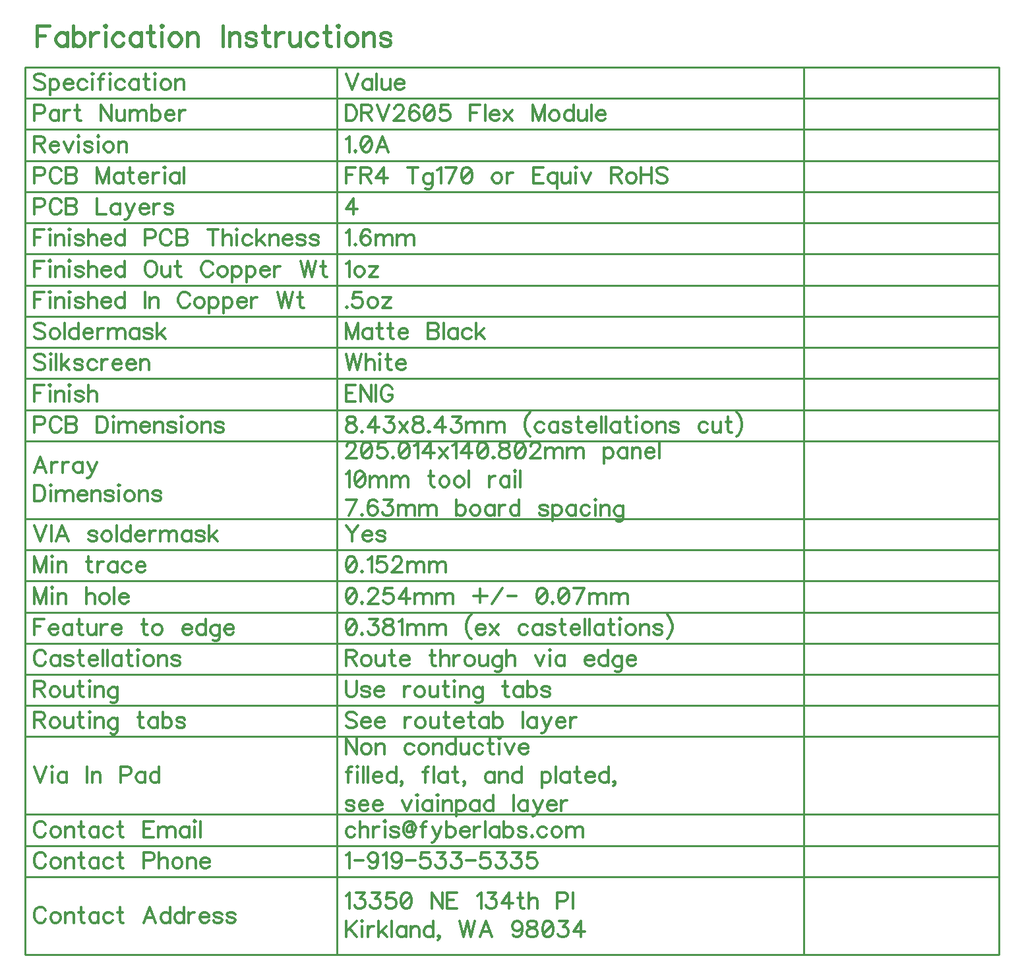
<source format=gbr>
G04 DipTrace 2.4.0.2*
%INFabricationInstructions.gbr*%
%MOIN*%
%ADD10C,0.0098*%
%ADD44C,0.0124*%
%ADD46C,0.0154*%
%FSLAX44Y44*%
G04*
G70*
G90*
G75*
G01*
%LNFabrication Instructions*%
%LPD*%
X82793Y52274D2*
D10*
X98541D1*
Y50699D1*
X82793D1*
Y52274D1*
Y50699D2*
X98541D1*
Y49125D1*
X82793D1*
Y50699D1*
Y49125D2*
X98541D1*
Y47550D1*
X82793D1*
Y49125D1*
Y47550D2*
X98541D1*
Y45975D1*
X82793D1*
Y47550D1*
Y45975D2*
X98541D1*
Y44400D1*
X82793D1*
Y45975D1*
Y44400D2*
X98541D1*
Y42825D1*
X82793D1*
Y44400D1*
Y42825D2*
X98541D1*
Y41251D1*
X82793D1*
Y42825D1*
Y41251D2*
X98541D1*
Y39676D1*
X82793D1*
Y41251D1*
Y39676D2*
X98541D1*
Y38101D1*
X82793D1*
Y39676D1*
Y38101D2*
X98541D1*
Y36526D1*
X82793D1*
Y38101D1*
Y36526D2*
X98541D1*
Y34951D1*
X82793D1*
Y36526D1*
Y34951D2*
X98541D1*
Y33377D1*
X82793D1*
Y34951D1*
Y33377D2*
X98541D1*
Y29440D1*
X82793D1*
Y33377D1*
Y29440D2*
X98541D1*
Y27865D1*
X82793D1*
Y29440D1*
Y27865D2*
X98541D1*
Y26290D1*
X82793D1*
Y27865D1*
Y26290D2*
X98541D1*
Y24720D1*
X82793D1*
Y26290D1*
Y24720D2*
X98541D1*
Y23145D1*
X82793D1*
Y24720D1*
Y23145D2*
X98541D1*
Y21570D1*
X82793D1*
Y23145D1*
Y21570D2*
X98541D1*
Y19996D1*
X82793D1*
Y21570D1*
Y19996D2*
X98541D1*
Y18426D1*
X82793D1*
Y19996D1*
Y18426D2*
X98541D1*
Y14489D1*
X82793D1*
Y18426D1*
Y14489D2*
X98541D1*
Y12914D1*
X82793D1*
Y14489D1*
Y12914D2*
X98541D1*
Y11339D1*
X82793D1*
Y12914D1*
Y11339D2*
X98541D1*
Y7399D1*
X82793D1*
Y11339D1*
X98541Y52274D2*
X122161D1*
Y50699D1*
X98541D1*
Y52274D1*
Y50699D2*
X122161D1*
Y49125D1*
X98541D1*
Y50699D1*
Y49125D2*
X122161D1*
Y47550D1*
X98541D1*
Y49125D1*
Y47550D2*
X122161D1*
Y45975D1*
X98541D1*
Y47550D1*
Y45975D2*
X122161D1*
Y44400D1*
X98541D1*
Y45975D1*
Y44400D2*
X122161D1*
Y42825D1*
X98541D1*
Y44400D1*
Y42825D2*
X122161D1*
Y41251D1*
X98541D1*
Y42825D1*
Y41251D2*
X122161D1*
Y39676D1*
X98541D1*
Y41251D1*
Y39676D2*
X122161D1*
Y38101D1*
X98541D1*
Y39676D1*
Y38101D2*
X122161D1*
Y36526D1*
X98541D1*
Y38101D1*
Y36526D2*
X122161D1*
Y34951D1*
X98541D1*
Y36526D1*
Y34951D2*
X122161D1*
Y33377D1*
X98541D1*
Y34951D1*
Y33377D2*
X122161D1*
Y29440D1*
X98541D1*
Y33377D1*
Y29440D2*
X122161D1*
Y27865D1*
X98541D1*
Y29440D1*
Y27865D2*
X122161D1*
Y26290D1*
X98541D1*
Y27865D1*
Y26290D2*
X122161D1*
Y24720D1*
X98541D1*
Y26290D1*
Y24720D2*
X122161D1*
Y23145D1*
X98541D1*
Y24720D1*
Y23145D2*
X122161D1*
Y21570D1*
X98541D1*
Y23145D1*
Y21570D2*
X122161D1*
Y19996D1*
X98541D1*
Y21570D1*
Y19996D2*
X122161D1*
Y18426D1*
X98541D1*
Y19996D1*
Y18426D2*
X122161D1*
Y14489D1*
X98541D1*
Y18426D1*
Y14489D2*
X122161D1*
Y12914D1*
X98541D1*
Y14489D1*
Y12914D2*
X122161D1*
Y11339D1*
X98541D1*
Y12914D1*
Y11339D2*
X122161D1*
Y7399D1*
X98541D1*
Y11339D1*
X122161Y52274D2*
X132003D1*
Y50699D1*
X122161D1*
Y52274D1*
Y50699D2*
X132003D1*
Y49125D1*
X122161D1*
Y50699D1*
Y49125D2*
X132003D1*
Y47550D1*
X122161D1*
Y49125D1*
Y47550D2*
X132003D1*
Y45975D1*
X122161D1*
Y47550D1*
Y45975D2*
X132003D1*
Y44400D1*
X122161D1*
Y45975D1*
Y44400D2*
X132003D1*
Y42825D1*
X122161D1*
Y44400D1*
Y42825D2*
X132003D1*
Y41251D1*
X122161D1*
Y42825D1*
Y41251D2*
X132003D1*
Y39676D1*
X122161D1*
Y41251D1*
Y39676D2*
X132003D1*
Y38101D1*
X122161D1*
Y39676D1*
Y38101D2*
X132003D1*
Y36526D1*
X122161D1*
Y38101D1*
Y36526D2*
X132003D1*
Y34951D1*
X122161D1*
Y36526D1*
Y34951D2*
X132003D1*
Y33377D1*
X122161D1*
Y34951D1*
Y33377D2*
X132003D1*
Y29440D1*
X122161D1*
Y33377D1*
Y29440D2*
X132003D1*
Y27865D1*
X122161D1*
Y29440D1*
Y27865D2*
X132003D1*
Y26290D1*
X122161D1*
Y27865D1*
Y26290D2*
X132003D1*
Y24720D1*
X122161D1*
Y26290D1*
Y24720D2*
X132003D1*
Y23145D1*
X122161D1*
Y24720D1*
Y23145D2*
X132003D1*
Y21570D1*
X122161D1*
Y23145D1*
Y21570D2*
X132003D1*
Y19996D1*
X122161D1*
Y21570D1*
Y19996D2*
X132003D1*
Y18426D1*
X122161D1*
Y19996D1*
Y18426D2*
X132003D1*
Y14489D1*
X122161D1*
Y18426D1*
Y14489D2*
X132003D1*
Y12914D1*
X122161D1*
Y14489D1*
Y12914D2*
X132003D1*
Y11339D1*
X122161D1*
Y12914D1*
Y11339D2*
X132003D1*
Y7399D1*
X122161D1*
Y11339D1*
X83784Y51822D2*
D44*
X83708Y51899D1*
X83593Y51937D1*
X83440D1*
X83325Y51899D1*
X83248Y51822D1*
Y51746D1*
X83287Y51669D1*
X83325Y51631D1*
X83401Y51593D1*
X83631Y51516D1*
X83708Y51478D1*
X83746Y51439D1*
X83784Y51363D1*
Y51248D1*
X83708Y51172D1*
X83593Y51133D1*
X83440D1*
X83325Y51172D1*
X83248Y51248D1*
X84031Y51669D2*
Y50865D1*
Y51554D2*
X84108Y51630D1*
X84184Y51669D1*
X84299D1*
X84376Y51630D1*
X84452Y51554D1*
X84491Y51439D1*
Y51362D1*
X84452Y51248D1*
X84376Y51171D1*
X84299Y51133D1*
X84184D1*
X84108Y51171D1*
X84031Y51248D1*
X84738Y51439D2*
X85197D1*
Y51516D1*
X85159Y51593D1*
X85121Y51631D1*
X85044Y51669D1*
X84929D1*
X84853Y51631D1*
X84776Y51554D1*
X84738Y51439D1*
Y51363D1*
X84776Y51248D1*
X84853Y51172D1*
X84929Y51133D1*
X85044D1*
X85121Y51172D1*
X85197Y51248D1*
X85904Y51554D2*
X85827Y51631D1*
X85750Y51669D1*
X85636D1*
X85559Y51631D1*
X85483Y51554D1*
X85444Y51439D1*
Y51363D1*
X85483Y51248D1*
X85559Y51172D1*
X85636Y51133D1*
X85750D1*
X85827Y51172D1*
X85904Y51248D1*
X86151Y51937D2*
X86189Y51899D1*
X86228Y51937D1*
X86189Y51976D1*
X86151Y51937D1*
X86189Y51669D2*
Y51133D1*
X86781Y51937D2*
X86705D1*
X86628Y51899D1*
X86590Y51784D1*
Y51133D1*
X86475Y51669D2*
X86743D1*
X87028Y51937D2*
X87066Y51899D1*
X87105Y51937D1*
X87066Y51976D1*
X87028Y51937D1*
X87066Y51669D2*
Y51133D1*
X87812Y51554D2*
X87735Y51631D1*
X87658Y51669D1*
X87544D1*
X87467Y51631D1*
X87391Y51554D1*
X87352Y51439D1*
Y51363D1*
X87391Y51248D1*
X87467Y51172D1*
X87544Y51133D1*
X87658D1*
X87735Y51172D1*
X87812Y51248D1*
X88518Y51669D2*
Y51133D1*
Y51554D2*
X88441Y51631D1*
X88365Y51669D1*
X88250D1*
X88174Y51631D1*
X88097Y51554D1*
X88059Y51439D1*
Y51363D1*
X88097Y51248D1*
X88174Y51172D1*
X88250Y51133D1*
X88365D1*
X88441Y51172D1*
X88518Y51248D1*
X88880Y51937D2*
Y51286D1*
X88918Y51172D1*
X88994Y51133D1*
X89071D1*
X88765Y51669D2*
X89032D1*
X89318Y51937D2*
X89356Y51899D1*
X89394Y51937D1*
X89356Y51976D1*
X89318Y51937D1*
X89356Y51669D2*
Y51133D1*
X89833Y51669D2*
X89756Y51631D1*
X89680Y51554D1*
X89642Y51439D1*
Y51363D1*
X89680Y51248D1*
X89756Y51172D1*
X89833Y51133D1*
X89947D1*
X90024Y51172D1*
X90100Y51248D1*
X90139Y51363D1*
Y51439D1*
X90100Y51554D1*
X90024Y51631D1*
X89947Y51669D1*
X89833D1*
X90386D2*
Y51133D1*
Y51516D2*
X90501Y51631D1*
X90578Y51669D1*
X90692D1*
X90769Y51631D1*
X90807Y51516D1*
Y51133D1*
X83248Y49941D2*
X83593D1*
X83707Y49979D1*
X83746Y50018D1*
X83784Y50094D1*
Y50209D1*
X83746Y50285D1*
X83707Y50324D1*
X83593Y50362D1*
X83248D1*
Y49558D1*
X84490Y50094D2*
Y49558D1*
Y49979D2*
X84414Y50056D1*
X84337Y50094D1*
X84223D1*
X84146Y50056D1*
X84070Y49979D1*
X84031Y49864D1*
Y49788D1*
X84070Y49673D1*
X84146Y49597D1*
X84223Y49558D1*
X84337D1*
X84414Y49597D1*
X84490Y49673D1*
X84737Y50094D2*
Y49558D1*
Y49864D2*
X84776Y49979D1*
X84852Y50056D1*
X84929Y50094D1*
X85044D1*
X85406Y50362D2*
Y49711D1*
X85444Y49597D1*
X85521Y49558D1*
X85597D1*
X85291Y50094D2*
X85559D1*
X87157Y50362D2*
Y49558D1*
X86622Y50362D1*
Y49558D1*
X87404Y50094D2*
Y49711D1*
X87442Y49597D1*
X87519Y49558D1*
X87634D1*
X87710Y49597D1*
X87825Y49711D1*
Y50094D2*
Y49558D1*
X88072Y50094D2*
Y49558D1*
Y49941D2*
X88187Y50056D1*
X88264Y50094D1*
X88378D1*
X88455Y50056D1*
X88493Y49941D1*
Y49558D1*
Y49941D2*
X88608Y50056D1*
X88685Y50094D1*
X88799D1*
X88876Y50056D1*
X88915Y49941D1*
Y49558D1*
X89162Y50362D2*
Y49558D1*
Y49979D2*
X89239Y50056D1*
X89315Y50094D1*
X89430D1*
X89506Y50056D1*
X89583Y49979D1*
X89621Y49864D1*
Y49788D1*
X89583Y49673D1*
X89506Y49597D1*
X89430Y49558D1*
X89315D1*
X89239Y49597D1*
X89162Y49673D1*
X89868Y49864D2*
X90327D1*
Y49941D1*
X90289Y50018D1*
X90251Y50056D1*
X90174Y50094D1*
X90059D1*
X89983Y50056D1*
X89906Y49979D1*
X89868Y49864D1*
Y49788D1*
X89906Y49673D1*
X89983Y49597D1*
X90059Y49558D1*
X90174D1*
X90251Y49597D1*
X90327Y49673D1*
X90574Y50094D2*
Y49558D1*
Y49864D2*
X90613Y49979D1*
X90689Y50056D1*
X90766Y50094D1*
X90881D1*
X83248Y48404D2*
X83592D1*
X83707Y48443D1*
X83746Y48481D1*
X83784Y48557D1*
Y48634D1*
X83746Y48710D1*
X83707Y48749D1*
X83592Y48787D1*
X83248D1*
Y47984D1*
X83516Y48404D2*
X83784Y47984D1*
X84031Y48290D2*
X84490D1*
Y48366D1*
X84452Y48443D1*
X84414Y48481D1*
X84337Y48519D1*
X84222D1*
X84146Y48481D1*
X84069Y48404D1*
X84031Y48290D1*
Y48213D1*
X84069Y48099D1*
X84146Y48022D1*
X84222Y47984D1*
X84337D1*
X84414Y48022D1*
X84490Y48099D1*
X84737Y48519D2*
X84967Y47984D1*
X85196Y48519D1*
X85443Y48787D2*
X85481Y48749D1*
X85520Y48787D1*
X85481Y48826D1*
X85443Y48787D1*
X85481Y48519D2*
Y47984D1*
X86188Y48404D2*
X86150Y48481D1*
X86035Y48519D1*
X85920D1*
X85805Y48481D1*
X85767Y48404D1*
X85805Y48328D1*
X85882Y48290D1*
X86073Y48251D1*
X86150Y48213D1*
X86188Y48137D1*
Y48099D1*
X86150Y48022D1*
X86035Y47984D1*
X85920D1*
X85805Y48022D1*
X85767Y48099D1*
X86435Y48787D2*
X86473Y48749D1*
X86512Y48787D1*
X86473Y48826D1*
X86435Y48787D1*
X86473Y48519D2*
Y47984D1*
X86950Y48519D2*
X86874Y48481D1*
X86797Y48404D1*
X86759Y48290D1*
Y48213D1*
X86797Y48099D1*
X86874Y48022D1*
X86950Y47984D1*
X87065D1*
X87142Y48022D1*
X87218Y48099D1*
X87257Y48213D1*
Y48290D1*
X87218Y48404D1*
X87142Y48481D1*
X87065Y48519D1*
X86950D1*
X87504D2*
Y47984D1*
Y48366D2*
X87619Y48481D1*
X87696Y48519D1*
X87810D1*
X87887Y48481D1*
X87925Y48366D1*
Y47984D1*
X83248Y46792D2*
X83593D1*
X83707Y46830D1*
X83746Y46869D1*
X83784Y46945D1*
Y47060D1*
X83746Y47136D1*
X83707Y47175D1*
X83593Y47213D1*
X83248D1*
Y46409D1*
X84605Y47022D2*
X84567Y47098D1*
X84490Y47175D1*
X84414Y47213D1*
X84261D1*
X84184Y47175D1*
X84108Y47098D1*
X84069Y47022D1*
X84031Y46907D1*
Y46715D1*
X84069Y46601D1*
X84108Y46524D1*
X84184Y46448D1*
X84261Y46409D1*
X84414D1*
X84490Y46448D1*
X84567Y46524D1*
X84605Y46601D1*
X84852Y47213D2*
Y46409D1*
X85197D1*
X85312Y46448D1*
X85350Y46486D1*
X85388Y46562D1*
Y46677D1*
X85350Y46754D1*
X85312Y46792D1*
X85197Y46830D1*
X85312Y46869D1*
X85350Y46907D1*
X85388Y46983D1*
Y47060D1*
X85350Y47136D1*
X85312Y47175D1*
X85197Y47213D1*
X84852D1*
Y46830D2*
X85197D1*
X87024Y46409D2*
Y47213D1*
X86718Y46409D1*
X86413Y47213D1*
Y46409D1*
X87730Y46945D2*
Y46409D1*
Y46830D2*
X87654Y46907D1*
X87577Y46945D1*
X87463D1*
X87386Y46907D1*
X87310Y46830D1*
X87271Y46715D1*
Y46639D1*
X87310Y46524D1*
X87386Y46448D1*
X87463Y46409D1*
X87577D1*
X87654Y46448D1*
X87730Y46524D1*
X88092Y47213D2*
Y46562D1*
X88130Y46448D1*
X88207Y46409D1*
X88283D1*
X87977Y46945D2*
X88245D1*
X88530Y46715D2*
X88989D1*
Y46792D1*
X88951Y46869D1*
X88913Y46907D1*
X88836Y46945D1*
X88721D1*
X88645Y46907D1*
X88569Y46830D1*
X88530Y46715D1*
Y46639D1*
X88569Y46524D1*
X88645Y46448D1*
X88721Y46409D1*
X88836D1*
X88913Y46448D1*
X88989Y46524D1*
X89236Y46945D2*
Y46409D1*
Y46715D2*
X89275Y46830D1*
X89351Y46907D1*
X89428Y46945D1*
X89543D1*
X89790Y47213D2*
X89828Y47175D1*
X89867Y47213D1*
X89828Y47251D1*
X89790Y47213D1*
X89828Y46945D2*
Y46409D1*
X90573Y46945D2*
Y46409D1*
Y46830D2*
X90497Y46907D1*
X90420Y46945D1*
X90306D1*
X90229Y46907D1*
X90153Y46830D1*
X90114Y46715D1*
Y46639D1*
X90153Y46524D1*
X90229Y46448D1*
X90306Y46409D1*
X90420D1*
X90497Y46448D1*
X90573Y46524D1*
X90820Y47213D2*
Y46409D1*
X83248Y45217D2*
X83593D1*
X83707Y45255D1*
X83746Y45294D1*
X83784Y45370D1*
Y45485D1*
X83746Y45561D1*
X83707Y45600D1*
X83593Y45638D1*
X83248D1*
Y44834D1*
X84605Y45447D2*
X84567Y45523D1*
X84490Y45600D1*
X84414Y45638D1*
X84261D1*
X84184Y45600D1*
X84108Y45523D1*
X84069Y45447D1*
X84031Y45332D1*
Y45140D1*
X84069Y45026D1*
X84108Y44949D1*
X84184Y44873D1*
X84261Y44834D1*
X84414D1*
X84490Y44873D1*
X84567Y44949D1*
X84605Y45026D1*
X84852Y45638D2*
Y44834D1*
X85197D1*
X85312Y44873D1*
X85350Y44911D1*
X85388Y44987D1*
Y45102D1*
X85350Y45179D1*
X85312Y45217D1*
X85197Y45255D1*
X85312Y45294D1*
X85350Y45332D1*
X85388Y45408D1*
Y45485D1*
X85350Y45561D1*
X85312Y45600D1*
X85197Y45638D1*
X84852D1*
Y45255D2*
X85197D1*
X86413Y45638D2*
Y44834D1*
X86871D1*
X87577Y45370D2*
Y44834D1*
Y45255D2*
X87501Y45332D1*
X87424Y45370D1*
X87310D1*
X87233Y45332D1*
X87157Y45255D1*
X87119Y45140D1*
Y45064D1*
X87157Y44949D1*
X87233Y44873D1*
X87310Y44834D1*
X87424D1*
X87501Y44873D1*
X87577Y44949D1*
X87863Y45370D2*
X88092Y44834D1*
X88016Y44681D1*
X87939Y44604D1*
X87863Y44566D1*
X87824D1*
X88322Y45370D2*
X88092Y44834D1*
X88569Y45140D2*
X89028D1*
Y45217D1*
X88990Y45294D1*
X88952Y45332D1*
X88875Y45370D1*
X88760D1*
X88684Y45332D1*
X88607Y45255D1*
X88569Y45140D1*
Y45064D1*
X88607Y44949D1*
X88684Y44873D1*
X88760Y44834D1*
X88875D1*
X88952Y44873D1*
X89028Y44949D1*
X89275Y45370D2*
Y44834D1*
Y45140D2*
X89314Y45255D1*
X89390Y45332D1*
X89467Y45370D1*
X89582D1*
X90250Y45255D2*
X90212Y45332D1*
X90097Y45370D1*
X89982D1*
X89867Y45332D1*
X89829Y45255D1*
X89867Y45179D1*
X89944Y45140D1*
X90135Y45102D1*
X90212Y45064D1*
X90250Y44987D1*
Y44949D1*
X90212Y44873D1*
X90097Y44834D1*
X89982D1*
X89867Y44873D1*
X89829Y44949D1*
X83746Y44063D2*
X83248D1*
Y43259D1*
Y43680D2*
X83554D1*
X83993Y44063D2*
X84031Y44025D1*
X84070Y44063D1*
X84031Y44102D1*
X83993Y44063D1*
X84031Y43795D2*
Y43259D1*
X84317Y43795D2*
Y43259D1*
Y43642D2*
X84432Y43757D1*
X84509Y43795D1*
X84623D1*
X84700Y43757D1*
X84738Y43642D1*
Y43259D1*
X84985Y44063D2*
X85023Y44025D1*
X85062Y44063D1*
X85023Y44102D1*
X84985Y44063D1*
X85023Y43795D2*
Y43259D1*
X85730Y43680D2*
X85692Y43757D1*
X85577Y43795D1*
X85462D1*
X85347Y43757D1*
X85309Y43680D1*
X85347Y43604D1*
X85424Y43565D1*
X85615Y43527D1*
X85692Y43489D1*
X85730Y43412D1*
Y43374D1*
X85692Y43298D1*
X85577Y43259D1*
X85462D1*
X85347Y43298D1*
X85309Y43374D1*
X85977Y44063D2*
Y43259D1*
Y43642D2*
X86092Y43757D1*
X86169Y43795D1*
X86284D1*
X86360Y43757D1*
X86398Y43642D1*
Y43259D1*
X86645Y43565D2*
X87104D1*
Y43642D1*
X87066Y43719D1*
X87028Y43757D1*
X86951Y43795D1*
X86836D1*
X86760Y43757D1*
X86683Y43680D1*
X86645Y43565D1*
Y43489D1*
X86683Y43374D1*
X86760Y43298D1*
X86836Y43259D1*
X86951D1*
X87028Y43298D1*
X87104Y43374D1*
X87810Y44063D2*
Y43259D1*
Y43680D2*
X87734Y43757D1*
X87657Y43795D1*
X87542D1*
X87466Y43757D1*
X87389Y43680D1*
X87351Y43565D1*
Y43489D1*
X87389Y43374D1*
X87466Y43298D1*
X87542Y43259D1*
X87657D1*
X87734Y43298D1*
X87810Y43374D1*
X88834Y43642D2*
X89179D1*
X89293Y43680D1*
X89332Y43719D1*
X89370Y43795D1*
Y43910D1*
X89332Y43986D1*
X89293Y44025D1*
X89179Y44063D1*
X88834D1*
Y43259D1*
X90191Y43872D2*
X90153Y43948D1*
X90076Y44025D1*
X90000Y44063D1*
X89847D1*
X89770Y44025D1*
X89694Y43948D1*
X89655Y43872D1*
X89617Y43757D1*
Y43565D1*
X89655Y43451D1*
X89694Y43374D1*
X89770Y43298D1*
X89847Y43259D1*
X90000D1*
X90076Y43298D1*
X90153Y43374D1*
X90191Y43451D1*
X90438Y44063D2*
Y43259D1*
X90783D1*
X90898Y43298D1*
X90936Y43336D1*
X90974Y43412D1*
Y43527D1*
X90936Y43604D1*
X90898Y43642D1*
X90783Y43680D1*
X90898Y43719D1*
X90936Y43757D1*
X90974Y43833D1*
Y43910D1*
X90936Y43986D1*
X90898Y44025D1*
X90783Y44063D1*
X90438D1*
Y43680D2*
X90783D1*
X92267Y44063D2*
Y43259D1*
X91999Y44063D2*
X92535D1*
X92782D2*
Y43259D1*
Y43642D2*
X92897Y43757D1*
X92974Y43795D1*
X93089D1*
X93165Y43757D1*
X93203Y43642D1*
Y43259D1*
X93450Y44063D2*
X93488Y44025D1*
X93527Y44063D1*
X93488Y44102D1*
X93450Y44063D1*
X93488Y43795D2*
Y43259D1*
X94234Y43680D2*
X94157Y43757D1*
X94080Y43795D1*
X93966D1*
X93889Y43757D1*
X93813Y43680D1*
X93774Y43565D1*
Y43489D1*
X93813Y43374D1*
X93889Y43298D1*
X93966Y43259D1*
X94080D1*
X94157Y43298D1*
X94234Y43374D1*
X94481Y44063D2*
Y43259D1*
X94863Y43795D2*
X94481Y43412D1*
X94634Y43565D2*
X94901Y43259D1*
X95148Y43795D2*
Y43259D1*
Y43642D2*
X95263Y43757D1*
X95340Y43795D1*
X95454D1*
X95531Y43757D1*
X95569Y43642D1*
Y43259D1*
X95816Y43565D2*
X96275D1*
Y43642D1*
X96237Y43719D1*
X96199Y43757D1*
X96122Y43795D1*
X96007D1*
X95931Y43757D1*
X95854Y43680D1*
X95816Y43565D1*
Y43489D1*
X95854Y43374D1*
X95931Y43298D1*
X96007Y43259D1*
X96122D1*
X96199Y43298D1*
X96275Y43374D1*
X96943Y43680D2*
X96905Y43757D1*
X96790Y43795D1*
X96675D1*
X96560Y43757D1*
X96522Y43680D1*
X96560Y43604D1*
X96637Y43565D1*
X96828Y43527D1*
X96905Y43489D1*
X96943Y43412D1*
Y43374D1*
X96905Y43298D1*
X96790Y43259D1*
X96675D1*
X96560Y43298D1*
X96522Y43374D1*
X97611Y43680D2*
X97573Y43757D1*
X97458Y43795D1*
X97343D1*
X97228Y43757D1*
X97190Y43680D1*
X97228Y43604D1*
X97305Y43565D1*
X97496Y43527D1*
X97573Y43489D1*
X97611Y43412D1*
Y43374D1*
X97573Y43298D1*
X97458Y43259D1*
X97343D1*
X97228Y43298D1*
X97190Y43374D1*
X83746Y42488D2*
X83248D1*
Y41684D1*
Y42105D2*
X83554D1*
X83993Y42488D2*
X84031Y42450D1*
X84070Y42488D1*
X84031Y42527D1*
X83993Y42488D1*
X84031Y42220D2*
Y41684D1*
X84317Y42220D2*
Y41684D1*
Y42067D2*
X84432Y42182D1*
X84509Y42220D1*
X84623D1*
X84700Y42182D1*
X84738Y42067D1*
Y41684D1*
X84985Y42488D2*
X85023Y42450D1*
X85062Y42488D1*
X85023Y42527D1*
X84985Y42488D1*
X85023Y42220D2*
Y41684D1*
X85730Y42105D2*
X85692Y42182D1*
X85577Y42220D1*
X85462D1*
X85347Y42182D1*
X85309Y42105D1*
X85347Y42029D1*
X85424Y41990D1*
X85615Y41952D1*
X85692Y41914D1*
X85730Y41837D1*
Y41799D1*
X85692Y41723D1*
X85577Y41684D1*
X85462D1*
X85347Y41723D1*
X85309Y41799D1*
X85977Y42488D2*
Y41684D1*
Y42067D2*
X86092Y42182D1*
X86169Y42220D1*
X86284D1*
X86360Y42182D1*
X86398Y42067D1*
Y41684D1*
X86645Y41990D2*
X87104D1*
Y42067D1*
X87066Y42144D1*
X87028Y42182D1*
X86951Y42220D1*
X86836D1*
X86760Y42182D1*
X86683Y42105D1*
X86645Y41990D1*
Y41914D1*
X86683Y41799D1*
X86760Y41723D1*
X86836Y41684D1*
X86951D1*
X87028Y41723D1*
X87104Y41799D1*
X87810Y42488D2*
Y41684D1*
Y42105D2*
X87734Y42182D1*
X87657Y42220D1*
X87542D1*
X87466Y42182D1*
X87389Y42105D1*
X87351Y41990D1*
Y41914D1*
X87389Y41799D1*
X87466Y41723D1*
X87542Y41684D1*
X87657D1*
X87734Y41723D1*
X87810Y41799D1*
X89064Y42488D2*
X88987Y42450D1*
X88911Y42373D1*
X88872Y42297D1*
X88834Y42182D1*
Y41990D1*
X88872Y41876D1*
X88911Y41799D1*
X88987Y41723D1*
X89064Y41684D1*
X89217D1*
X89293Y41723D1*
X89370Y41799D1*
X89408Y41876D1*
X89446Y41990D1*
Y42182D1*
X89408Y42297D1*
X89370Y42373D1*
X89293Y42450D1*
X89217Y42488D1*
X89064D1*
X89693Y42220D2*
Y41837D1*
X89731Y41723D1*
X89808Y41684D1*
X89923D1*
X89999Y41723D1*
X90114Y41837D1*
Y42220D2*
Y41684D1*
X90476Y42488D2*
Y41837D1*
X90514Y41723D1*
X90591Y41684D1*
X90667D1*
X90361Y42220D2*
X90629D1*
X92266Y42297D2*
X92228Y42373D1*
X92151Y42450D1*
X92075Y42488D1*
X91922D1*
X91845Y42450D1*
X91769Y42373D1*
X91730Y42297D1*
X91692Y42182D1*
Y41990D1*
X91730Y41876D1*
X91769Y41799D1*
X91845Y41723D1*
X91922Y41684D1*
X92075D1*
X92151Y41723D1*
X92228Y41799D1*
X92266Y41876D1*
X92704Y42220D2*
X92628Y42182D1*
X92551Y42105D1*
X92513Y41990D1*
Y41914D1*
X92551Y41799D1*
X92628Y41723D1*
X92704Y41684D1*
X92819D1*
X92896Y41723D1*
X92972Y41799D1*
X93011Y41914D1*
Y41990D1*
X92972Y42105D1*
X92896Y42182D1*
X92819Y42220D1*
X92704D1*
X93258D2*
Y41416D1*
Y42105D2*
X93335Y42181D1*
X93411Y42220D1*
X93526D1*
X93603Y42181D1*
X93679Y42105D1*
X93718Y41990D1*
Y41913D1*
X93679Y41799D1*
X93603Y41722D1*
X93526Y41684D1*
X93411D1*
X93335Y41722D1*
X93258Y41799D1*
X93965Y42220D2*
Y41416D1*
Y42105D2*
X94042Y42181D1*
X94118Y42220D1*
X94233D1*
X94310Y42181D1*
X94386Y42105D1*
X94425Y41990D1*
Y41913D1*
X94386Y41799D1*
X94310Y41722D1*
X94233Y41684D1*
X94118D1*
X94042Y41722D1*
X93965Y41799D1*
X94672Y41990D2*
X95131D1*
Y42067D1*
X95092Y42144D1*
X95054Y42182D1*
X94978Y42220D1*
X94863D1*
X94787Y42182D1*
X94710Y42105D1*
X94672Y41990D1*
Y41914D1*
X94710Y41799D1*
X94787Y41723D1*
X94863Y41684D1*
X94978D1*
X95054Y41723D1*
X95131Y41799D1*
X95378Y42220D2*
Y41684D1*
Y41990D2*
X95416Y42105D1*
X95492Y42182D1*
X95569Y42220D1*
X95684D1*
X96709Y42488D2*
X96901Y41684D1*
X97092Y42488D1*
X97283Y41684D1*
X97475Y42488D1*
X97837D2*
Y41837D1*
X97875Y41723D1*
X97952Y41684D1*
X98028D1*
X97722Y42220D2*
X97990D1*
X83746Y40913D2*
X83248D1*
Y40110D1*
Y40530D2*
X83554D1*
X83993Y40913D2*
X84031Y40875D1*
X84070Y40913D1*
X84031Y40952D1*
X83993Y40913D1*
X84031Y40645D2*
Y40110D1*
X84317Y40645D2*
Y40110D1*
Y40492D2*
X84432Y40607D1*
X84509Y40645D1*
X84623D1*
X84700Y40607D1*
X84738Y40492D1*
Y40110D1*
X84985Y40913D2*
X85023Y40875D1*
X85062Y40913D1*
X85023Y40952D1*
X84985Y40913D1*
X85023Y40645D2*
Y40110D1*
X85730Y40530D2*
X85692Y40607D1*
X85577Y40645D1*
X85462D1*
X85347Y40607D1*
X85309Y40530D1*
X85347Y40454D1*
X85424Y40416D1*
X85615Y40377D1*
X85692Y40339D1*
X85730Y40263D1*
Y40224D1*
X85692Y40148D1*
X85577Y40110D1*
X85462D1*
X85347Y40148D1*
X85309Y40224D1*
X85977Y40913D2*
Y40110D1*
Y40492D2*
X86092Y40607D1*
X86169Y40645D1*
X86284D1*
X86360Y40607D1*
X86398Y40492D1*
Y40110D1*
X86645Y40416D2*
X87104D1*
Y40492D1*
X87066Y40569D1*
X87028Y40607D1*
X86951Y40645D1*
X86836D1*
X86760Y40607D1*
X86683Y40530D1*
X86645Y40416D1*
Y40339D1*
X86683Y40224D1*
X86760Y40148D1*
X86836Y40110D1*
X86951D1*
X87028Y40148D1*
X87104Y40224D1*
X87810Y40913D2*
Y40110D1*
Y40530D2*
X87734Y40607D1*
X87657Y40645D1*
X87542D1*
X87466Y40607D1*
X87389Y40530D1*
X87351Y40416D1*
Y40339D1*
X87389Y40224D1*
X87466Y40148D1*
X87542Y40110D1*
X87657D1*
X87734Y40148D1*
X87810Y40224D1*
X88834Y40913D2*
Y40110D1*
X89081Y40645D2*
Y40110D1*
Y40492D2*
X89196Y40607D1*
X89273Y40645D1*
X89387D1*
X89464Y40607D1*
X89502Y40492D1*
Y40110D1*
X91101Y40722D2*
X91063Y40798D1*
X90986Y40875D1*
X90910Y40913D1*
X90757D1*
X90680Y40875D1*
X90604Y40798D1*
X90565Y40722D1*
X90527Y40607D1*
Y40416D1*
X90565Y40301D1*
X90604Y40224D1*
X90680Y40148D1*
X90757Y40110D1*
X90910D1*
X90986Y40148D1*
X91063Y40224D1*
X91101Y40301D1*
X91539Y40645D2*
X91463Y40607D1*
X91386Y40530D1*
X91348Y40416D1*
Y40339D1*
X91386Y40224D1*
X91463Y40148D1*
X91539Y40110D1*
X91654D1*
X91731Y40148D1*
X91807Y40224D1*
X91846Y40339D1*
Y40416D1*
X91807Y40530D1*
X91731Y40607D1*
X91654Y40645D1*
X91539D1*
X92093D2*
Y39842D1*
Y40530D2*
X92170Y40607D1*
X92246Y40645D1*
X92361D1*
X92438Y40607D1*
X92514Y40530D1*
X92553Y40416D1*
Y40339D1*
X92514Y40224D1*
X92438Y40148D1*
X92361Y40110D1*
X92246D1*
X92170Y40148D1*
X92093Y40224D1*
X92800Y40645D2*
Y39842D1*
Y40530D2*
X92877Y40607D1*
X92953Y40645D1*
X93068D1*
X93145Y40607D1*
X93221Y40530D1*
X93260Y40416D1*
Y40339D1*
X93221Y40224D1*
X93145Y40148D1*
X93068Y40110D1*
X92953D1*
X92877Y40148D1*
X92800Y40224D1*
X93507Y40416D2*
X93966D1*
Y40492D1*
X93928Y40569D1*
X93890Y40607D1*
X93813Y40645D1*
X93698D1*
X93622Y40607D1*
X93545Y40530D1*
X93507Y40416D1*
Y40339D1*
X93545Y40224D1*
X93622Y40148D1*
X93698Y40110D1*
X93813D1*
X93890Y40148D1*
X93966Y40224D1*
X94213Y40645D2*
Y40110D1*
Y40416D2*
X94251Y40530D1*
X94328Y40607D1*
X94404Y40645D1*
X94519D1*
X95544Y40913D2*
X95736Y40110D1*
X95927Y40913D1*
X96118Y40110D1*
X96310Y40913D1*
X96672D2*
Y40263D1*
X96710Y40148D1*
X96787Y40110D1*
X96863D1*
X96557Y40645D2*
X96825D1*
X83784Y39224D2*
X83708Y39301D1*
X83593Y39339D1*
X83440D1*
X83325Y39301D1*
X83248Y39224D1*
Y39148D1*
X83287Y39071D1*
X83325Y39033D1*
X83401Y38995D1*
X83631Y38918D1*
X83708Y38880D1*
X83746Y38841D1*
X83784Y38765D1*
Y38650D1*
X83708Y38574D1*
X83593Y38535D1*
X83440D1*
X83325Y38574D1*
X83248Y38650D1*
X84222Y39071D2*
X84146Y39033D1*
X84069Y38956D1*
X84031Y38841D1*
Y38765D1*
X84069Y38650D1*
X84146Y38574D1*
X84222Y38535D1*
X84337D1*
X84414Y38574D1*
X84490Y38650D1*
X84529Y38765D1*
Y38841D1*
X84490Y38956D1*
X84414Y39033D1*
X84337Y39071D1*
X84222D1*
X84776Y39339D2*
Y38535D1*
X85482Y39339D2*
Y38535D1*
Y38956D2*
X85406Y39033D1*
X85329Y39071D1*
X85214D1*
X85138Y39033D1*
X85061Y38956D1*
X85023Y38841D1*
Y38765D1*
X85061Y38650D1*
X85138Y38574D1*
X85214Y38535D1*
X85329D1*
X85406Y38574D1*
X85482Y38650D1*
X85729Y38841D2*
X86188D1*
Y38918D1*
X86150Y38995D1*
X86112Y39033D1*
X86035Y39071D1*
X85920D1*
X85844Y39033D1*
X85767Y38956D1*
X85729Y38841D1*
Y38765D1*
X85767Y38650D1*
X85844Y38574D1*
X85920Y38535D1*
X86035D1*
X86112Y38574D1*
X86188Y38650D1*
X86435Y39071D2*
Y38535D1*
Y38841D2*
X86474Y38956D1*
X86550Y39033D1*
X86627Y39071D1*
X86742D1*
X86989D2*
Y38535D1*
Y38918D2*
X87104Y39033D1*
X87181Y39071D1*
X87295D1*
X87372Y39033D1*
X87410Y38918D1*
Y38535D1*
Y38918D2*
X87525Y39033D1*
X87602Y39071D1*
X87716D1*
X87793Y39033D1*
X87832Y38918D1*
Y38535D1*
X88538Y39071D2*
Y38535D1*
Y38956D2*
X88462Y39033D1*
X88385Y39071D1*
X88270D1*
X88194Y39033D1*
X88118Y38956D1*
X88079Y38841D1*
Y38765D1*
X88118Y38650D1*
X88194Y38574D1*
X88270Y38535D1*
X88385D1*
X88462Y38574D1*
X88538Y38650D1*
X89206Y38956D2*
X89167Y39033D1*
X89053Y39071D1*
X88938D1*
X88823Y39033D1*
X88785Y38956D1*
X88823Y38880D1*
X88900Y38841D1*
X89091Y38803D1*
X89167Y38765D1*
X89206Y38688D1*
Y38650D1*
X89167Y38574D1*
X89053Y38535D1*
X88938D1*
X88823Y38574D1*
X88785Y38650D1*
X89453Y39339D2*
Y38535D1*
X89835Y39071D2*
X89453Y38688D1*
X89606Y38841D2*
X89873Y38535D1*
X83784Y37649D2*
X83708Y37726D1*
X83593Y37764D1*
X83440D1*
X83325Y37726D1*
X83248Y37649D1*
Y37573D1*
X83287Y37496D1*
X83325Y37458D1*
X83401Y37420D1*
X83631Y37343D1*
X83708Y37305D1*
X83746Y37266D1*
X83784Y37190D1*
Y37075D1*
X83708Y36999D1*
X83593Y36960D1*
X83440D1*
X83325Y36999D1*
X83248Y37075D1*
X84031Y37764D2*
X84069Y37726D1*
X84108Y37764D1*
X84069Y37803D1*
X84031Y37764D1*
X84069Y37496D2*
Y36960D1*
X84355Y37764D2*
Y36960D1*
X84602Y37764D2*
Y36960D1*
X84985Y37496D2*
X84602Y37113D1*
X84755Y37266D2*
X85023Y36960D1*
X85691Y37381D2*
X85653Y37458D1*
X85538Y37496D1*
X85423D1*
X85308Y37458D1*
X85270Y37381D1*
X85308Y37305D1*
X85385Y37266D1*
X85576Y37228D1*
X85653Y37190D1*
X85691Y37113D1*
Y37075D1*
X85653Y36999D1*
X85538Y36960D1*
X85423D1*
X85308Y36999D1*
X85270Y37075D1*
X86398Y37381D2*
X86321Y37458D1*
X86244Y37496D1*
X86130D1*
X86053Y37458D1*
X85977Y37381D1*
X85938Y37266D1*
Y37190D1*
X85977Y37075D1*
X86053Y36999D1*
X86130Y36960D1*
X86244D1*
X86321Y36999D1*
X86398Y37075D1*
X86645Y37496D2*
Y36960D1*
Y37266D2*
X86684Y37381D1*
X86760Y37458D1*
X86837Y37496D1*
X86952D1*
X87199Y37266D2*
X87658D1*
Y37343D1*
X87620Y37420D1*
X87582Y37458D1*
X87505Y37496D1*
X87390D1*
X87314Y37458D1*
X87237Y37381D1*
X87199Y37266D1*
Y37190D1*
X87237Y37075D1*
X87314Y36999D1*
X87390Y36960D1*
X87505D1*
X87582Y36999D1*
X87658Y37075D1*
X87905Y37266D2*
X88364D1*
Y37343D1*
X88326Y37420D1*
X88288Y37458D1*
X88211Y37496D1*
X88096D1*
X88020Y37458D1*
X87943Y37381D1*
X87905Y37266D1*
Y37190D1*
X87943Y37075D1*
X88020Y36999D1*
X88096Y36960D1*
X88211D1*
X88288Y36999D1*
X88364Y37075D1*
X88611Y37496D2*
Y36960D1*
Y37343D2*
X88726Y37458D1*
X88803Y37496D1*
X88917D1*
X88994Y37458D1*
X89032Y37343D1*
Y36960D1*
X83746Y36189D2*
X83248D1*
Y35385D1*
Y35806D2*
X83554D1*
X83993Y36189D2*
X84031Y36151D1*
X84070Y36189D1*
X84031Y36228D1*
X83993Y36189D1*
X84031Y35921D2*
Y35385D1*
X84317Y35921D2*
Y35385D1*
Y35768D2*
X84432Y35883D1*
X84509Y35921D1*
X84623D1*
X84700Y35883D1*
X84738Y35768D1*
Y35385D1*
X84985Y36189D2*
X85023Y36151D1*
X85062Y36189D1*
X85023Y36228D1*
X84985Y36189D1*
X85023Y35921D2*
Y35385D1*
X85730Y35806D2*
X85692Y35883D1*
X85577Y35921D1*
X85462D1*
X85347Y35883D1*
X85309Y35806D1*
X85347Y35730D1*
X85424Y35691D1*
X85615Y35653D1*
X85692Y35615D1*
X85730Y35538D1*
Y35500D1*
X85692Y35424D1*
X85577Y35385D1*
X85462D1*
X85347Y35424D1*
X85309Y35500D1*
X85977Y36189D2*
Y35385D1*
Y35768D2*
X86092Y35883D1*
X86169Y35921D1*
X86284D1*
X86360Y35883D1*
X86398Y35768D1*
Y35385D1*
X83248Y34193D2*
X83593D1*
X83707Y34231D1*
X83746Y34270D1*
X83784Y34346D1*
Y34461D1*
X83746Y34537D1*
X83707Y34576D1*
X83593Y34614D1*
X83248D1*
Y33810D1*
X84605Y34423D2*
X84567Y34499D1*
X84490Y34576D1*
X84414Y34614D1*
X84261D1*
X84184Y34576D1*
X84108Y34499D1*
X84069Y34423D1*
X84031Y34308D1*
Y34116D1*
X84069Y34002D1*
X84108Y33925D1*
X84184Y33849D1*
X84261Y33810D1*
X84414D1*
X84490Y33849D1*
X84567Y33925D1*
X84605Y34002D1*
X84852Y34614D2*
Y33810D1*
X85197D1*
X85312Y33849D1*
X85350Y33887D1*
X85388Y33963D1*
Y34078D1*
X85350Y34155D1*
X85312Y34193D1*
X85197Y34231D1*
X85312Y34270D1*
X85350Y34308D1*
X85388Y34384D1*
Y34461D1*
X85350Y34537D1*
X85312Y34576D1*
X85197Y34614D1*
X84852D1*
Y34231D2*
X85197D1*
X86413Y34614D2*
Y33810D1*
X86680D1*
X86795Y33849D1*
X86872Y33925D1*
X86910Y34002D1*
X86948Y34116D1*
Y34308D1*
X86910Y34423D1*
X86872Y34499D1*
X86795Y34576D1*
X86680Y34614D1*
X86413D1*
X87195D2*
X87233Y34576D1*
X87272Y34614D1*
X87233Y34653D1*
X87195Y34614D1*
X87233Y34346D2*
Y33810D1*
X87519Y34346D2*
Y33810D1*
Y34193D2*
X87634Y34308D1*
X87711Y34346D1*
X87825D1*
X87902Y34308D1*
X87940Y34193D1*
Y33810D1*
Y34193D2*
X88055Y34308D1*
X88132Y34346D1*
X88246D1*
X88323Y34308D1*
X88362Y34193D1*
Y33810D1*
X88609Y34116D2*
X89068D1*
Y34193D1*
X89030Y34270D1*
X88992Y34308D1*
X88915Y34346D1*
X88800D1*
X88724Y34308D1*
X88647Y34231D1*
X88609Y34116D1*
Y34040D1*
X88647Y33925D1*
X88724Y33849D1*
X88800Y33810D1*
X88915D1*
X88992Y33849D1*
X89068Y33925D1*
X89315Y34346D2*
Y33810D1*
Y34193D2*
X89430Y34308D1*
X89507Y34346D1*
X89621D1*
X89698Y34308D1*
X89736Y34193D1*
Y33810D1*
X90404Y34231D2*
X90366Y34308D1*
X90251Y34346D1*
X90136D1*
X90021Y34308D1*
X89983Y34231D1*
X90021Y34155D1*
X90098Y34116D1*
X90289Y34078D1*
X90366Y34040D1*
X90404Y33963D1*
Y33925D1*
X90366Y33849D1*
X90251Y33810D1*
X90136D1*
X90021Y33849D1*
X89983Y33925D1*
X90651Y34614D2*
X90689Y34576D1*
X90728Y34614D1*
X90689Y34653D1*
X90651Y34614D1*
X90689Y34346D2*
Y33810D1*
X91166Y34346D2*
X91090Y34308D1*
X91013Y34231D1*
X90975Y34116D1*
Y34040D1*
X91013Y33925D1*
X91090Y33849D1*
X91166Y33810D1*
X91281D1*
X91358Y33849D1*
X91434Y33925D1*
X91473Y34040D1*
Y34116D1*
X91434Y34231D1*
X91358Y34308D1*
X91281Y34346D1*
X91166D1*
X91720D2*
Y33810D1*
Y34193D2*
X91835Y34308D1*
X91912Y34346D1*
X92026D1*
X92103Y34308D1*
X92141Y34193D1*
Y33810D1*
X92809Y34231D2*
X92771Y34308D1*
X92656Y34346D1*
X92541D1*
X92426Y34308D1*
X92388Y34231D1*
X92426Y34155D1*
X92503Y34116D1*
X92694Y34078D1*
X92771Y34040D1*
X92809Y33963D1*
Y33925D1*
X92771Y33849D1*
X92656Y33810D1*
X92541D1*
X92426Y33849D1*
X92388Y33925D1*
X83861Y31776D2*
X83554Y32580D1*
X83248Y31776D1*
X83363Y32044D2*
X83746D1*
X84108Y32312D2*
Y31776D1*
Y32082D2*
X84147Y32197D1*
X84223Y32274D1*
X84300Y32312D1*
X84415D1*
X84662D2*
Y31776D1*
Y32082D2*
X84701Y32197D1*
X84777Y32274D1*
X84854Y32312D1*
X84969D1*
X85675D2*
Y31776D1*
Y32197D2*
X85599Y32274D1*
X85522Y32312D1*
X85408D1*
X85331Y32274D1*
X85255Y32197D1*
X85216Y32082D1*
Y32006D1*
X85255Y31891D1*
X85331Y31815D1*
X85408Y31776D1*
X85522D1*
X85599Y31815D1*
X85675Y31891D1*
X85961Y32312D2*
X86190Y31776D1*
X86114Y31623D1*
X86037Y31546D1*
X85961Y31508D1*
X85922D1*
X86420Y32312D2*
X86190Y31776D1*
X83248Y31137D2*
Y30333D1*
X83516D1*
X83631Y30372D1*
X83708Y30448D1*
X83746Y30525D1*
X83784Y30639D1*
Y30831D1*
X83746Y30946D1*
X83708Y31022D1*
X83631Y31099D1*
X83516Y31137D1*
X83248D1*
X84031D2*
X84069Y31099D1*
X84108Y31137D1*
X84069Y31176D1*
X84031Y31137D1*
X84069Y30869D2*
Y30333D1*
X84355Y30869D2*
Y30333D1*
Y30716D2*
X84470Y30831D1*
X84547Y30869D1*
X84661D1*
X84738Y30831D1*
X84776Y30716D1*
Y30333D1*
Y30716D2*
X84891Y30831D1*
X84968Y30869D1*
X85082D1*
X85159Y30831D1*
X85198Y30716D1*
Y30333D1*
X85445Y30639D2*
X85904D1*
Y30716D1*
X85866Y30793D1*
X85828Y30831D1*
X85751Y30869D1*
X85636D1*
X85560Y30831D1*
X85483Y30754D1*
X85445Y30639D1*
Y30563D1*
X85483Y30448D1*
X85560Y30372D1*
X85636Y30333D1*
X85751D1*
X85828Y30372D1*
X85904Y30448D1*
X86151Y30869D2*
Y30333D1*
Y30716D2*
X86266Y30831D1*
X86343Y30869D1*
X86457D1*
X86534Y30831D1*
X86572Y30716D1*
Y30333D1*
X87240Y30754D2*
X87202Y30831D1*
X87087Y30869D1*
X86972D1*
X86857Y30831D1*
X86819Y30754D1*
X86857Y30678D1*
X86934Y30639D1*
X87125Y30601D1*
X87202Y30563D1*
X87240Y30486D1*
Y30448D1*
X87202Y30372D1*
X87087Y30333D1*
X86972D1*
X86857Y30372D1*
X86819Y30448D1*
X87487Y31137D2*
X87525Y31099D1*
X87564Y31137D1*
X87525Y31176D1*
X87487Y31137D1*
X87525Y30869D2*
Y30333D1*
X88002Y30869D2*
X87926Y30831D1*
X87849Y30754D1*
X87811Y30639D1*
Y30563D1*
X87849Y30448D1*
X87926Y30372D1*
X88002Y30333D1*
X88117D1*
X88194Y30372D1*
X88270Y30448D1*
X88309Y30563D1*
Y30639D1*
X88270Y30754D1*
X88194Y30831D1*
X88117Y30869D1*
X88002D1*
X88556D2*
Y30333D1*
Y30716D2*
X88671Y30831D1*
X88747Y30869D1*
X88862D1*
X88938Y30831D1*
X88976Y30716D1*
Y30333D1*
X89644Y30754D2*
X89606Y30831D1*
X89491Y30869D1*
X89376D1*
X89262Y30831D1*
X89224Y30754D1*
X89262Y30678D1*
X89338Y30639D1*
X89529Y30601D1*
X89606Y30563D1*
X89644Y30486D1*
Y30448D1*
X89606Y30372D1*
X89491Y30333D1*
X89376D1*
X89262Y30372D1*
X89224Y30448D1*
X83248Y29102D2*
X83554Y28299D1*
X83860Y29102D1*
X84107D2*
Y28299D1*
X84967D2*
X84660Y29102D1*
X84354Y28299D1*
X84469Y28566D2*
X84852D1*
X86413Y28719D2*
X86375Y28796D1*
X86260Y28834D1*
X86145D1*
X86030Y28796D1*
X85992Y28719D1*
X86030Y28643D1*
X86107Y28604D1*
X86298Y28566D1*
X86375Y28528D1*
X86413Y28451D1*
Y28413D1*
X86375Y28337D1*
X86260Y28299D1*
X86145D1*
X86030Y28337D1*
X85992Y28413D1*
X86851Y28834D2*
X86775Y28796D1*
X86698Y28719D1*
X86660Y28604D1*
Y28528D1*
X86698Y28413D1*
X86775Y28337D1*
X86851Y28299D1*
X86966D1*
X87042Y28337D1*
X87119Y28413D1*
X87157Y28528D1*
Y28604D1*
X87119Y28719D1*
X87042Y28796D1*
X86966Y28834D1*
X86851D1*
X87404Y29102D2*
Y28299D1*
X88110Y29102D2*
Y28299D1*
Y28719D2*
X88034Y28796D1*
X87957Y28834D1*
X87842D1*
X87766Y28796D1*
X87690Y28719D1*
X87651Y28604D1*
Y28528D1*
X87690Y28413D1*
X87766Y28337D1*
X87842Y28299D1*
X87957D1*
X88034Y28337D1*
X88110Y28413D1*
X88357Y28604D2*
X88816D1*
Y28681D1*
X88778Y28758D1*
X88740Y28796D1*
X88663Y28834D1*
X88548D1*
X88472Y28796D1*
X88395Y28719D1*
X88357Y28604D1*
Y28528D1*
X88395Y28413D1*
X88472Y28337D1*
X88548Y28299D1*
X88663D1*
X88740Y28337D1*
X88816Y28413D1*
X89063Y28834D2*
Y28299D1*
Y28604D2*
X89102Y28719D1*
X89178Y28796D1*
X89255Y28834D1*
X89370D1*
X89617D2*
Y28299D1*
Y28681D2*
X89732Y28796D1*
X89809Y28834D1*
X89923D1*
X90000Y28796D1*
X90038Y28681D1*
Y28299D1*
Y28681D2*
X90153Y28796D1*
X90230Y28834D1*
X90344D1*
X90421Y28796D1*
X90460Y28681D1*
Y28299D1*
X91166Y28834D2*
Y28299D1*
Y28719D2*
X91090Y28796D1*
X91013Y28834D1*
X90899D1*
X90822Y28796D1*
X90746Y28719D1*
X90707Y28604D1*
Y28528D1*
X90746Y28413D1*
X90822Y28337D1*
X90899Y28299D1*
X91013D1*
X91090Y28337D1*
X91166Y28413D1*
X91834Y28719D2*
X91796Y28796D1*
X91681Y28834D1*
X91566D1*
X91451Y28796D1*
X91413Y28719D1*
X91451Y28643D1*
X91528Y28604D1*
X91719Y28566D1*
X91796Y28528D1*
X91834Y28451D1*
Y28413D1*
X91796Y28337D1*
X91681Y28299D1*
X91566D1*
X91451Y28337D1*
X91413Y28413D1*
X92081Y29102D2*
Y28299D1*
X92464Y28834D2*
X92081Y28451D1*
X92234Y28604D2*
X92502Y28299D1*
X83860Y26724D2*
Y27528D1*
X83554Y26724D1*
X83248Y27528D1*
Y26724D1*
X84107Y27528D2*
X84145Y27490D1*
X84184Y27528D1*
X84145Y27566D1*
X84107Y27528D1*
X84145Y27260D2*
Y26724D1*
X84431Y27260D2*
Y26724D1*
Y27107D2*
X84546Y27222D1*
X84623Y27260D1*
X84737D1*
X84814Y27222D1*
X84852Y27107D1*
Y26724D1*
X85992Y27528D2*
Y26877D1*
X86030Y26763D1*
X86107Y26724D1*
X86183D1*
X85877Y27260D2*
X86145D1*
X86430D2*
Y26724D1*
Y27030D2*
X86469Y27145D1*
X86545Y27222D1*
X86622Y27260D1*
X86736D1*
X87442D2*
Y26724D1*
Y27145D2*
X87366Y27222D1*
X87289Y27260D1*
X87175D1*
X87098Y27222D1*
X87022Y27145D1*
X86984Y27030D1*
Y26954D1*
X87022Y26839D1*
X87098Y26763D1*
X87175Y26724D1*
X87289D1*
X87366Y26763D1*
X87442Y26839D1*
X88149Y27145D2*
X88072Y27222D1*
X87995Y27260D1*
X87881D1*
X87804Y27222D1*
X87728Y27145D1*
X87690Y27030D1*
Y26954D1*
X87728Y26839D1*
X87804Y26763D1*
X87881Y26724D1*
X87995D1*
X88072Y26763D1*
X88149Y26839D1*
X88396Y27030D2*
X88855D1*
Y27107D1*
X88817Y27184D1*
X88779Y27222D1*
X88702Y27260D1*
X88587D1*
X88511Y27222D1*
X88434Y27145D1*
X88396Y27030D1*
Y26954D1*
X88434Y26839D1*
X88511Y26763D1*
X88587Y26724D1*
X88702D1*
X88779Y26763D1*
X88855Y26839D1*
X83860Y25151D2*
Y25955D1*
X83554Y25151D1*
X83248Y25955D1*
Y25151D1*
X84107Y25955D2*
X84145Y25917D1*
X84184Y25955D1*
X84145Y25994D1*
X84107Y25955D1*
X84145Y25687D2*
Y25151D1*
X84431Y25687D2*
Y25151D1*
Y25534D2*
X84546Y25649D1*
X84623Y25687D1*
X84737D1*
X84814Y25649D1*
X84852Y25534D1*
Y25151D1*
X85877Y25955D2*
Y25151D1*
Y25534D2*
X85992Y25649D1*
X86069Y25687D1*
X86183D1*
X86260Y25649D1*
X86298Y25534D1*
Y25151D1*
X86736Y25687D2*
X86660Y25649D1*
X86583Y25572D1*
X86545Y25457D1*
Y25381D1*
X86583Y25266D1*
X86660Y25190D1*
X86736Y25151D1*
X86851D1*
X86928Y25190D1*
X87004Y25266D1*
X87042Y25381D1*
Y25457D1*
X87004Y25572D1*
X86928Y25649D1*
X86851Y25687D1*
X86736D1*
X87289Y25955D2*
Y25151D1*
X87537Y25457D2*
X87995D1*
Y25534D1*
X87957Y25611D1*
X87919Y25649D1*
X87842Y25687D1*
X87728D1*
X87651Y25649D1*
X87575Y25572D1*
X87537Y25457D1*
Y25381D1*
X87575Y25266D1*
X87651Y25190D1*
X87728Y25151D1*
X87842D1*
X87919Y25190D1*
X87995Y25266D1*
X83746Y24383D2*
X83248D1*
Y23579D1*
Y24000D2*
X83554D1*
X83993Y23885D2*
X84452D1*
Y23962D1*
X84414Y24039D1*
X84376Y24077D1*
X84299Y24115D1*
X84184D1*
X84108Y24077D1*
X84031Y24000D1*
X83993Y23885D1*
Y23809D1*
X84031Y23694D1*
X84108Y23618D1*
X84184Y23579D1*
X84299D1*
X84376Y23618D1*
X84452Y23694D1*
X85158Y24115D2*
Y23579D1*
Y24000D2*
X85082Y24077D1*
X85005Y24115D1*
X84891D1*
X84814Y24077D1*
X84738Y24000D1*
X84699Y23885D1*
Y23809D1*
X84738Y23694D1*
X84814Y23618D1*
X84891Y23579D1*
X85005D1*
X85082Y23618D1*
X85158Y23694D1*
X85520Y24383D2*
Y23732D1*
X85558Y23618D1*
X85635Y23579D1*
X85711D1*
X85405Y24115D2*
X85673D1*
X85958D2*
Y23732D1*
X85996Y23618D1*
X86073Y23579D1*
X86188D1*
X86264Y23618D1*
X86379Y23732D1*
Y24115D2*
Y23579D1*
X86626Y24115D2*
Y23579D1*
Y23885D2*
X86665Y24000D1*
X86741Y24077D1*
X86818Y24115D1*
X86933D1*
X87180Y23885D2*
X87639D1*
Y23962D1*
X87601Y24039D1*
X87563Y24077D1*
X87486Y24115D1*
X87371D1*
X87295Y24077D1*
X87218Y24000D1*
X87180Y23885D1*
Y23809D1*
X87218Y23694D1*
X87295Y23618D1*
X87371Y23579D1*
X87486D1*
X87563Y23618D1*
X87639Y23694D1*
X88778Y24383D2*
Y23732D1*
X88816Y23618D1*
X88893Y23579D1*
X88969D1*
X88663Y24115D2*
X88931D1*
X89407D2*
X89331Y24077D1*
X89254Y24000D1*
X89216Y23885D1*
Y23809D1*
X89254Y23694D1*
X89331Y23618D1*
X89407Y23579D1*
X89522D1*
X89599Y23618D1*
X89675Y23694D1*
X89714Y23809D1*
Y23885D1*
X89675Y24000D1*
X89599Y24077D1*
X89522Y24115D1*
X89407D1*
X90739Y23885D2*
X91198D1*
Y23962D1*
X91160Y24039D1*
X91122Y24077D1*
X91045Y24115D1*
X90930D1*
X90854Y24077D1*
X90777Y24000D1*
X90739Y23885D1*
Y23809D1*
X90777Y23694D1*
X90854Y23618D1*
X90930Y23579D1*
X91045D1*
X91122Y23618D1*
X91198Y23694D1*
X91904Y24383D2*
Y23579D1*
Y24000D2*
X91828Y24077D1*
X91751Y24115D1*
X91636D1*
X91560Y24077D1*
X91483Y24000D1*
X91445Y23885D1*
Y23809D1*
X91483Y23694D1*
X91560Y23618D1*
X91636Y23579D1*
X91751D1*
X91828Y23618D1*
X91904Y23694D1*
X92610Y24077D2*
Y23464D1*
X92572Y23350D1*
X92534Y23311D1*
X92457Y23273D1*
X92342D1*
X92266Y23311D1*
X92610Y23962D2*
X92534Y24038D1*
X92457Y24077D1*
X92342D1*
X92266Y24038D1*
X92189Y23962D1*
X92151Y23847D1*
Y23770D1*
X92189Y23656D1*
X92266Y23579D1*
X92342Y23541D1*
X92457D1*
X92534Y23579D1*
X92610Y23656D1*
X92857Y23885D2*
X93316D1*
Y23962D1*
X93278Y24039D1*
X93240Y24077D1*
X93163Y24115D1*
X93048D1*
X92972Y24077D1*
X92895Y24000D1*
X92857Y23885D1*
Y23809D1*
X92895Y23694D1*
X92972Y23618D1*
X93048Y23579D1*
X93163D1*
X93240Y23618D1*
X93316Y23694D1*
X83822Y22617D2*
X83784Y22693D1*
X83707Y22770D1*
X83631Y22808D1*
X83478D1*
X83401Y22770D1*
X83325Y22693D1*
X83286Y22617D1*
X83248Y22502D1*
Y22310D1*
X83286Y22196D1*
X83325Y22119D1*
X83401Y22043D1*
X83478Y22004D1*
X83631D1*
X83707Y22043D1*
X83784Y22119D1*
X83822Y22196D1*
X84528Y22540D2*
Y22004D1*
Y22425D2*
X84452Y22502D1*
X84375Y22540D1*
X84261D1*
X84184Y22502D1*
X84108Y22425D1*
X84069Y22310D1*
Y22234D1*
X84108Y22119D1*
X84184Y22043D1*
X84261Y22004D1*
X84375D1*
X84452Y22043D1*
X84528Y22119D1*
X85196Y22425D2*
X85158Y22502D1*
X85043Y22540D1*
X84928D1*
X84813Y22502D1*
X84775Y22425D1*
X84813Y22349D1*
X84890Y22310D1*
X85081Y22272D1*
X85158Y22234D1*
X85196Y22157D1*
Y22119D1*
X85158Y22043D1*
X85043Y22004D1*
X84928D1*
X84813Y22043D1*
X84775Y22119D1*
X85558Y22808D2*
Y22157D1*
X85596Y22043D1*
X85673Y22004D1*
X85749D1*
X85443Y22540D2*
X85711D1*
X85996Y22310D2*
X86455D1*
Y22387D1*
X86417Y22464D1*
X86379Y22502D1*
X86302Y22540D1*
X86187D1*
X86111Y22502D1*
X86034Y22425D1*
X85996Y22310D1*
Y22234D1*
X86034Y22119D1*
X86111Y22043D1*
X86187Y22004D1*
X86302D1*
X86379Y22043D1*
X86455Y22119D1*
X86702Y22808D2*
Y22004D1*
X86949Y22808D2*
Y22004D1*
X87655Y22540D2*
Y22004D1*
Y22425D2*
X87579Y22502D1*
X87502Y22540D1*
X87388D1*
X87311Y22502D1*
X87235Y22425D1*
X87196Y22310D1*
Y22234D1*
X87235Y22119D1*
X87311Y22043D1*
X87388Y22004D1*
X87502D1*
X87579Y22043D1*
X87655Y22119D1*
X88017Y22808D2*
Y22157D1*
X88055Y22043D1*
X88132Y22004D1*
X88208D1*
X87902Y22540D2*
X88170D1*
X88455Y22808D2*
X88493Y22770D1*
X88532Y22808D1*
X88493Y22847D1*
X88455Y22808D1*
X88493Y22540D2*
Y22004D1*
X88970Y22540D2*
X88894Y22502D1*
X88817Y22425D1*
X88779Y22310D1*
Y22234D1*
X88817Y22119D1*
X88894Y22043D1*
X88970Y22004D1*
X89085D1*
X89162Y22043D1*
X89238Y22119D1*
X89277Y22234D1*
Y22310D1*
X89238Y22425D1*
X89162Y22502D1*
X89085Y22540D1*
X88970D1*
X89524D2*
Y22004D1*
Y22387D2*
X89639Y22502D1*
X89716Y22540D1*
X89830D1*
X89907Y22502D1*
X89945Y22387D1*
Y22004D1*
X90613Y22425D2*
X90575Y22502D1*
X90460Y22540D1*
X90345D1*
X90230Y22502D1*
X90192Y22425D1*
X90230Y22349D1*
X90307Y22310D1*
X90498Y22272D1*
X90575Y22234D1*
X90613Y22157D1*
Y22119D1*
X90575Y22043D1*
X90460Y22004D1*
X90345D1*
X90230Y22043D1*
X90192Y22119D1*
X83248Y20850D2*
X83592D1*
X83707Y20889D1*
X83746Y20927D1*
X83784Y21003D1*
Y21080D1*
X83746Y21156D1*
X83707Y21195D1*
X83592Y21233D1*
X83248D1*
Y20429D1*
X83516Y20850D2*
X83784Y20429D1*
X84222Y20965D2*
X84146Y20927D1*
X84069Y20850D1*
X84031Y20735D1*
Y20659D1*
X84069Y20544D1*
X84146Y20468D1*
X84222Y20429D1*
X84337D1*
X84414Y20468D1*
X84490Y20544D1*
X84529Y20659D1*
Y20735D1*
X84490Y20850D1*
X84414Y20927D1*
X84337Y20965D1*
X84222D1*
X84776D2*
Y20582D1*
X84814Y20468D1*
X84891Y20429D1*
X85006D1*
X85082Y20468D1*
X85197Y20582D1*
Y20965D2*
Y20429D1*
X85559Y21233D2*
Y20582D1*
X85597Y20468D1*
X85674Y20429D1*
X85750D1*
X85444Y20965D2*
X85712D1*
X85997Y21233D2*
X86035Y21195D1*
X86074Y21233D1*
X86035Y21272D1*
X85997Y21233D1*
X86035Y20965D2*
Y20429D1*
X86321Y20965D2*
Y20429D1*
Y20812D2*
X86436Y20927D1*
X86513Y20965D1*
X86627D1*
X86704Y20927D1*
X86742Y20812D1*
Y20429D1*
X87448Y20927D2*
Y20314D1*
X87410Y20200D1*
X87372Y20161D1*
X87295Y20123D1*
X87180D1*
X87104Y20161D1*
X87448Y20812D2*
X87372Y20888D1*
X87295Y20927D1*
X87180D1*
X87104Y20888D1*
X87027Y20812D1*
X86989Y20697D1*
Y20620D1*
X87027Y20506D1*
X87104Y20429D1*
X87180Y20391D1*
X87295D1*
X87372Y20429D1*
X87448Y20506D1*
X83248Y19278D2*
X83592D1*
X83707Y19317D1*
X83746Y19355D1*
X83784Y19431D1*
Y19508D1*
X83746Y19584D1*
X83707Y19623D1*
X83592Y19661D1*
X83248D1*
Y18857D1*
X83516Y19278D2*
X83784Y18857D1*
X84222Y19393D2*
X84146Y19355D1*
X84069Y19278D1*
X84031Y19163D1*
Y19087D1*
X84069Y18972D1*
X84146Y18896D1*
X84222Y18857D1*
X84337D1*
X84414Y18896D1*
X84490Y18972D1*
X84529Y19087D1*
Y19163D1*
X84490Y19278D1*
X84414Y19355D1*
X84337Y19393D1*
X84222D1*
X84776D2*
Y19010D1*
X84814Y18896D1*
X84891Y18857D1*
X85006D1*
X85082Y18896D1*
X85197Y19010D1*
Y19393D2*
Y18857D1*
X85559Y19661D2*
Y19010D1*
X85597Y18896D1*
X85674Y18857D1*
X85750D1*
X85444Y19393D2*
X85712D1*
X85997Y19661D2*
X86035Y19623D1*
X86074Y19661D1*
X86035Y19700D1*
X85997Y19661D1*
X86035Y19393D2*
Y18857D1*
X86321Y19393D2*
Y18857D1*
Y19240D2*
X86436Y19355D1*
X86513Y19393D1*
X86627D1*
X86704Y19355D1*
X86742Y19240D1*
Y18857D1*
X87448Y19355D2*
Y18742D1*
X87410Y18628D1*
X87372Y18589D1*
X87295Y18551D1*
X87180D1*
X87104Y18589D1*
X87448Y19240D2*
X87372Y19316D1*
X87295Y19355D1*
X87180D1*
X87104Y19316D1*
X87027Y19240D1*
X86989Y19125D1*
Y19048D1*
X87027Y18934D1*
X87104Y18857D1*
X87180Y18819D1*
X87295D1*
X87372Y18857D1*
X87448Y18934D1*
X88587Y19661D2*
Y19010D1*
X88625Y18896D1*
X88702Y18857D1*
X88778D1*
X88472Y19393D2*
X88740D1*
X89484D2*
Y18857D1*
Y19278D2*
X89408Y19355D1*
X89331Y19393D1*
X89217D1*
X89140Y19355D1*
X89064Y19278D1*
X89025Y19163D1*
Y19087D1*
X89064Y18972D1*
X89140Y18896D1*
X89217Y18857D1*
X89331D1*
X89408Y18896D1*
X89484Y18972D1*
X89731Y19661D2*
Y18857D1*
Y19278D2*
X89808Y19355D1*
X89884Y19393D1*
X89999D1*
X90075Y19355D1*
X90152Y19278D1*
X90190Y19163D1*
Y19087D1*
X90152Y18972D1*
X90075Y18896D1*
X89999Y18857D1*
X89884D1*
X89808Y18896D1*
X89731Y18972D1*
X90858Y19278D2*
X90820Y19355D1*
X90705Y19393D1*
X90590D1*
X90475Y19355D1*
X90437Y19278D1*
X90475Y19202D1*
X90552Y19163D1*
X90743Y19125D1*
X90820Y19087D1*
X90858Y19010D1*
Y18972D1*
X90820Y18896D1*
X90705Y18857D1*
X90590D1*
X90475Y18896D1*
X90437Y18972D1*
X83248Y16907D2*
X83554Y16103D1*
X83860Y16907D1*
X84107D2*
X84145Y16869D1*
X84184Y16907D1*
X84145Y16946D1*
X84107Y16907D1*
X84145Y16639D2*
Y16103D1*
X84890Y16639D2*
Y16103D1*
Y16524D2*
X84814Y16601D1*
X84737Y16639D1*
X84623D1*
X84546Y16601D1*
X84470Y16524D1*
X84431Y16409D1*
Y16333D1*
X84470Y16218D1*
X84546Y16142D1*
X84623Y16103D1*
X84737D1*
X84814Y16142D1*
X84890Y16218D1*
X85915Y16907D2*
Y16103D1*
X86162Y16639D2*
Y16103D1*
Y16486D2*
X86277Y16601D1*
X86354Y16639D1*
X86468D1*
X86545Y16601D1*
X86583Y16486D1*
Y16103D1*
X87607Y16486D2*
X87952D1*
X88066Y16524D1*
X88105Y16563D1*
X88143Y16639D1*
Y16754D1*
X88105Y16830D1*
X88066Y16869D1*
X87952Y16907D1*
X87607D1*
Y16103D1*
X88849Y16639D2*
Y16103D1*
Y16524D2*
X88773Y16601D1*
X88696Y16639D1*
X88582D1*
X88505Y16601D1*
X88429Y16524D1*
X88390Y16409D1*
Y16333D1*
X88429Y16218D1*
X88505Y16142D1*
X88582Y16103D1*
X88696D1*
X88773Y16142D1*
X88849Y16218D1*
X89555Y16907D2*
Y16103D1*
Y16524D2*
X89479Y16601D1*
X89402Y16639D1*
X89287D1*
X89211Y16601D1*
X89134Y16524D1*
X89096Y16409D1*
Y16333D1*
X89134Y16218D1*
X89211Y16142D1*
X89287Y16103D1*
X89402D1*
X89479Y16142D1*
X89555Y16218D1*
X83822Y13960D2*
X83784Y14036D1*
X83707Y14113D1*
X83631Y14151D1*
X83478D1*
X83401Y14113D1*
X83325Y14036D1*
X83286Y13960D1*
X83248Y13845D1*
Y13653D1*
X83286Y13539D1*
X83325Y13462D1*
X83401Y13386D1*
X83478Y13347D1*
X83631D1*
X83707Y13386D1*
X83784Y13462D1*
X83822Y13539D1*
X84260Y13883D2*
X84184Y13845D1*
X84107Y13768D1*
X84069Y13653D1*
Y13577D1*
X84107Y13462D1*
X84184Y13386D1*
X84260Y13347D1*
X84375D1*
X84452Y13386D1*
X84528Y13462D1*
X84567Y13577D1*
Y13653D1*
X84528Y13768D1*
X84452Y13845D1*
X84375Y13883D1*
X84260D1*
X84814D2*
Y13347D1*
Y13730D2*
X84929Y13845D1*
X85006Y13883D1*
X85120D1*
X85197Y13845D1*
X85235Y13730D1*
Y13347D1*
X85597Y14151D2*
Y13500D1*
X85635Y13386D1*
X85712Y13347D1*
X85788D1*
X85482Y13883D2*
X85750D1*
X86494D2*
Y13347D1*
Y13768D2*
X86418Y13845D1*
X86341Y13883D1*
X86227D1*
X86150Y13845D1*
X86074Y13768D1*
X86035Y13653D1*
Y13577D1*
X86074Y13462D1*
X86150Y13386D1*
X86227Y13347D1*
X86341D1*
X86418Y13386D1*
X86494Y13462D1*
X87201Y13768D2*
X87124Y13845D1*
X87047Y13883D1*
X86933D1*
X86856Y13845D1*
X86780Y13768D1*
X86741Y13653D1*
Y13577D1*
X86780Y13462D1*
X86856Y13386D1*
X86933Y13347D1*
X87047D1*
X87124Y13386D1*
X87201Y13462D1*
X87563Y14151D2*
Y13500D1*
X87601Y13386D1*
X87678Y13347D1*
X87754D1*
X87448Y13883D2*
X87716D1*
X89275Y14151D2*
X88778D1*
Y13347D1*
X89275D1*
X88778Y13768D2*
X89084D1*
X89522Y13883D2*
Y13347D1*
Y13730D2*
X89637Y13845D1*
X89714Y13883D1*
X89828D1*
X89905Y13845D1*
X89943Y13730D1*
Y13347D1*
Y13730D2*
X90058Y13845D1*
X90135Y13883D1*
X90249D1*
X90326Y13845D1*
X90365Y13730D1*
Y13347D1*
X91071Y13883D2*
Y13347D1*
Y13768D2*
X90995Y13845D1*
X90918Y13883D1*
X90804D1*
X90727Y13845D1*
X90651Y13768D1*
X90612Y13653D1*
Y13577D1*
X90651Y13462D1*
X90727Y13386D1*
X90804Y13347D1*
X90918D1*
X90995Y13386D1*
X91071Y13462D1*
X91318Y14151D2*
X91356Y14113D1*
X91395Y14151D1*
X91356Y14190D1*
X91318Y14151D1*
X91356Y13883D2*
Y13347D1*
X91642Y14151D2*
Y13347D1*
X83822Y12386D2*
X83784Y12462D1*
X83707Y12538D1*
X83631Y12577D1*
X83478D1*
X83401Y12538D1*
X83325Y12462D1*
X83286Y12386D1*
X83248Y12271D1*
Y12079D1*
X83286Y11965D1*
X83325Y11888D1*
X83401Y11812D1*
X83478Y11773D1*
X83631D1*
X83707Y11812D1*
X83784Y11888D1*
X83822Y11965D1*
X84260Y12309D2*
X84184Y12271D1*
X84107Y12194D1*
X84069Y12079D1*
Y12003D1*
X84107Y11888D1*
X84184Y11812D1*
X84260Y11773D1*
X84375D1*
X84452Y11812D1*
X84528Y11888D1*
X84567Y12003D1*
Y12079D1*
X84528Y12194D1*
X84452Y12271D1*
X84375Y12309D1*
X84260D1*
X84814D2*
Y11773D1*
Y12156D2*
X84929Y12271D1*
X85006Y12309D1*
X85120D1*
X85197Y12271D1*
X85235Y12156D1*
Y11773D1*
X85597Y12577D2*
Y11926D1*
X85635Y11812D1*
X85712Y11773D1*
X85788D1*
X85482Y12309D2*
X85750D1*
X86494D2*
Y11773D1*
Y12194D2*
X86418Y12271D1*
X86341Y12309D1*
X86227D1*
X86150Y12271D1*
X86074Y12194D1*
X86035Y12079D1*
Y12003D1*
X86074Y11888D1*
X86150Y11812D1*
X86227Y11773D1*
X86341D1*
X86418Y11812D1*
X86494Y11888D1*
X87201Y12194D2*
X87124Y12271D1*
X87047Y12309D1*
X86933D1*
X86856Y12271D1*
X86780Y12194D1*
X86741Y12079D1*
Y12003D1*
X86780Y11888D1*
X86856Y11812D1*
X86933Y11773D1*
X87047D1*
X87124Y11812D1*
X87201Y11888D1*
X87563Y12577D2*
Y11926D1*
X87601Y11812D1*
X87678Y11773D1*
X87754D1*
X87448Y12309D2*
X87716D1*
X88778Y12156D2*
X89123D1*
X89237Y12194D1*
X89276Y12233D1*
X89314Y12309D1*
Y12424D1*
X89276Y12500D1*
X89237Y12538D1*
X89123Y12577D1*
X88778D1*
Y11773D1*
X89561Y12577D2*
Y11773D1*
Y12156D2*
X89676Y12271D1*
X89753Y12309D1*
X89868D1*
X89944Y12271D1*
X89982Y12156D1*
Y11773D1*
X90420Y12309D2*
X90344Y12271D1*
X90267Y12194D1*
X90229Y12079D1*
Y12003D1*
X90267Y11888D1*
X90344Y11812D1*
X90420Y11773D1*
X90535D1*
X90612Y11812D1*
X90688Y11888D1*
X90727Y12003D1*
Y12079D1*
X90688Y12194D1*
X90612Y12271D1*
X90535Y12309D1*
X90420D1*
X90974D2*
Y11773D1*
Y12156D2*
X91089Y12271D1*
X91166Y12309D1*
X91280D1*
X91357Y12271D1*
X91395Y12156D1*
Y11773D1*
X91642Y12079D2*
X92101D1*
Y12156D1*
X92063Y12233D1*
X92025Y12271D1*
X91948Y12309D1*
X91833D1*
X91757Y12271D1*
X91680Y12194D1*
X91642Y12079D1*
Y12003D1*
X91680Y11888D1*
X91757Y11812D1*
X91833Y11773D1*
X91948D1*
X92025Y11812D1*
X92101Y11888D1*
X83822Y9628D2*
X83784Y9704D1*
X83707Y9781D1*
X83631Y9819D1*
X83478D1*
X83401Y9781D1*
X83325Y9704D1*
X83286Y9628D1*
X83248Y9513D1*
Y9321D1*
X83286Y9207D1*
X83325Y9130D1*
X83401Y9054D1*
X83478Y9015D1*
X83631D1*
X83707Y9054D1*
X83784Y9130D1*
X83822Y9207D1*
X84260Y9551D2*
X84184Y9513D1*
X84107Y9436D1*
X84069Y9321D1*
Y9245D1*
X84107Y9130D1*
X84184Y9054D1*
X84260Y9015D1*
X84375D1*
X84452Y9054D1*
X84528Y9130D1*
X84567Y9245D1*
Y9321D1*
X84528Y9436D1*
X84452Y9513D1*
X84375Y9551D1*
X84260D1*
X84814D2*
Y9015D1*
Y9398D2*
X84929Y9513D1*
X85006Y9551D1*
X85120D1*
X85197Y9513D1*
X85235Y9398D1*
Y9015D1*
X85597Y9819D2*
Y9168D1*
X85635Y9054D1*
X85712Y9015D1*
X85788D1*
X85482Y9551D2*
X85750D1*
X86494D2*
Y9015D1*
Y9436D2*
X86418Y9513D1*
X86341Y9551D1*
X86227D1*
X86150Y9513D1*
X86074Y9436D1*
X86035Y9321D1*
Y9245D1*
X86074Y9130D1*
X86150Y9054D1*
X86227Y9015D1*
X86341D1*
X86418Y9054D1*
X86494Y9130D1*
X87201Y9436D2*
X87124Y9513D1*
X87047Y9551D1*
X86933D1*
X86856Y9513D1*
X86780Y9436D1*
X86741Y9321D1*
Y9245D1*
X86780Y9130D1*
X86856Y9054D1*
X86933Y9015D1*
X87047D1*
X87124Y9054D1*
X87201Y9130D1*
X87563Y9819D2*
Y9168D1*
X87601Y9054D1*
X87678Y9015D1*
X87754D1*
X87448Y9551D2*
X87716D1*
X89391Y9015D2*
X89084Y9819D1*
X88778Y9015D1*
X88893Y9283D2*
X89276D1*
X90097Y9819D2*
Y9015D1*
Y9436D2*
X90021Y9513D1*
X89944Y9551D1*
X89829D1*
X89753Y9513D1*
X89676Y9436D1*
X89638Y9321D1*
Y9245D1*
X89676Y9130D1*
X89753Y9054D1*
X89829Y9015D1*
X89944D1*
X90021Y9054D1*
X90097Y9130D1*
X90803Y9819D2*
Y9015D1*
Y9436D2*
X90727Y9513D1*
X90650Y9551D1*
X90535D1*
X90459Y9513D1*
X90382Y9436D1*
X90344Y9321D1*
Y9245D1*
X90382Y9130D1*
X90459Y9054D1*
X90535Y9015D1*
X90650D1*
X90727Y9054D1*
X90803Y9130D1*
X91050Y9551D2*
Y9015D1*
Y9321D2*
X91089Y9436D1*
X91165Y9513D1*
X91242Y9551D1*
X91357D1*
X91604Y9321D2*
X92063D1*
Y9398D1*
X92025Y9475D1*
X91987Y9513D1*
X91910Y9551D1*
X91795D1*
X91719Y9513D1*
X91642Y9436D1*
X91604Y9321D1*
Y9245D1*
X91642Y9130D1*
X91719Y9054D1*
X91795Y9015D1*
X91910D1*
X91987Y9054D1*
X92063Y9130D1*
X92731Y9436D2*
X92693Y9513D1*
X92578Y9551D1*
X92463D1*
X92348Y9513D1*
X92310Y9436D1*
X92348Y9360D1*
X92425Y9321D1*
X92616Y9283D1*
X92693Y9245D1*
X92731Y9168D1*
Y9130D1*
X92693Y9054D1*
X92578Y9015D1*
X92463D1*
X92348Y9054D1*
X92310Y9130D1*
X93399Y9436D2*
X93361Y9513D1*
X93246Y9551D1*
X93131D1*
X93016Y9513D1*
X92978Y9436D1*
X93016Y9360D1*
X93093Y9321D1*
X93284Y9283D1*
X93361Y9245D1*
X93399Y9168D1*
Y9130D1*
X93361Y9054D1*
X93246Y9015D1*
X93131D1*
X93016Y9054D1*
X92978Y9130D1*
X98996Y51937D2*
X99302Y51133D1*
X99608Y51937D1*
X100314Y51669D2*
Y51133D1*
Y51554D2*
X100238Y51631D1*
X100161Y51669D1*
X100047D1*
X99970Y51631D1*
X99894Y51554D1*
X99855Y51439D1*
Y51363D1*
X99894Y51248D1*
X99970Y51172D1*
X100047Y51133D1*
X100161D1*
X100238Y51172D1*
X100314Y51248D1*
X100561Y51937D2*
Y51133D1*
X100808Y51669D2*
Y51286D1*
X100846Y51172D1*
X100923Y51133D1*
X101038D1*
X101114Y51172D1*
X101229Y51286D1*
Y51669D2*
Y51133D1*
X101476Y51439D2*
X101935D1*
Y51516D1*
X101897Y51593D1*
X101859Y51631D1*
X101782Y51669D1*
X101667D1*
X101591Y51631D1*
X101514Y51554D1*
X101476Y51439D1*
Y51363D1*
X101514Y51248D1*
X101591Y51172D1*
X101667Y51133D1*
X101782D1*
X101859Y51172D1*
X101935Y51248D1*
X98996Y50362D2*
Y49558D1*
X99264D1*
X99379Y49597D1*
X99456Y49673D1*
X99494Y49750D1*
X99532Y49864D1*
Y50056D1*
X99494Y50171D1*
X99456Y50247D1*
X99379Y50324D1*
X99264Y50362D1*
X98996D1*
X99779Y49979D2*
X100123D1*
X100238Y50018D1*
X100277Y50056D1*
X100315Y50132D1*
Y50209D1*
X100277Y50285D1*
X100238Y50324D1*
X100123Y50362D1*
X99779D1*
Y49558D1*
X100047Y49979D2*
X100315Y49558D1*
X100562Y50362D2*
X100868Y49558D1*
X101174Y50362D1*
X101460Y50170D2*
Y50208D1*
X101498Y50285D1*
X101536Y50323D1*
X101613Y50361D1*
X101766D1*
X101842Y50323D1*
X101880Y50285D1*
X101919Y50208D1*
Y50132D1*
X101880Y50055D1*
X101804Y49941D1*
X101421Y49558D1*
X101957D1*
X102663Y50247D2*
X102625Y50323D1*
X102510Y50361D1*
X102434D1*
X102319Y50323D1*
X102242Y50208D1*
X102204Y50017D1*
Y49826D1*
X102242Y49673D1*
X102319Y49596D1*
X102434Y49558D1*
X102472D1*
X102586Y49596D1*
X102663Y49673D1*
X102701Y49788D1*
Y49826D1*
X102663Y49941D1*
X102586Y50017D1*
X102472Y50055D1*
X102434D1*
X102319Y50017D1*
X102242Y49941D1*
X102204Y49826D1*
X103178Y50361D2*
X103063Y50323D1*
X102986Y50208D1*
X102948Y50017D1*
Y49902D1*
X102986Y49711D1*
X103063Y49596D1*
X103178Y49558D1*
X103254D1*
X103369Y49596D1*
X103445Y49711D1*
X103484Y49902D1*
Y50017D1*
X103445Y50208D1*
X103369Y50323D1*
X103254Y50361D1*
X103178D1*
X103445Y50208D2*
X102986Y49711D1*
X104190Y50361D2*
X103808D1*
X103770Y50017D1*
X103808Y50055D1*
X103923Y50094D1*
X104037D1*
X104152Y50055D1*
X104229Y49979D1*
X104267Y49864D1*
Y49788D1*
X104229Y49673D1*
X104152Y49596D1*
X104037Y49558D1*
X103923D1*
X103808Y49596D1*
X103770Y49635D1*
X103731Y49711D1*
X105789Y50362D2*
X105291D1*
Y49558D1*
Y49979D2*
X105597D1*
X106036Y50362D2*
Y49558D1*
X106283Y49864D2*
X106742D1*
Y49941D1*
X106704Y50018D1*
X106666Y50056D1*
X106589Y50094D1*
X106474D1*
X106398Y50056D1*
X106321Y49979D1*
X106283Y49864D1*
Y49788D1*
X106321Y49673D1*
X106398Y49597D1*
X106474Y49558D1*
X106589D1*
X106666Y49597D1*
X106742Y49673D1*
X106989Y50094D2*
X107410Y49558D1*
Y50094D2*
X106989Y49558D1*
X109047D2*
Y50362D1*
X108741Y49558D1*
X108435Y50362D1*
Y49558D1*
X109485Y50094D2*
X109409Y50056D1*
X109332Y49979D1*
X109294Y49864D1*
Y49788D1*
X109332Y49673D1*
X109409Y49597D1*
X109485Y49558D1*
X109600D1*
X109677Y49597D1*
X109753Y49673D1*
X109792Y49788D1*
Y49864D1*
X109753Y49979D1*
X109677Y50056D1*
X109600Y50094D1*
X109485D1*
X110498Y50362D2*
Y49558D1*
Y49979D2*
X110422Y50056D1*
X110345Y50094D1*
X110230D1*
X110154Y50056D1*
X110077Y49979D1*
X110039Y49864D1*
Y49788D1*
X110077Y49673D1*
X110154Y49597D1*
X110230Y49558D1*
X110345D1*
X110422Y49597D1*
X110498Y49673D1*
X110745Y50094D2*
Y49711D1*
X110783Y49597D1*
X110860Y49558D1*
X110975D1*
X111051Y49597D1*
X111166Y49711D1*
Y50094D2*
Y49558D1*
X111413Y50362D2*
Y49558D1*
X111660Y49864D2*
X112119D1*
Y49941D1*
X112081Y50018D1*
X112043Y50056D1*
X111966Y50094D1*
X111851D1*
X111775Y50056D1*
X111698Y49979D1*
X111660Y49864D1*
Y49788D1*
X111698Y49673D1*
X111775Y49597D1*
X111851Y49558D1*
X111966D1*
X112043Y49597D1*
X112119Y49673D1*
X98996Y48634D2*
X99073Y48672D1*
X99188Y48787D1*
Y47984D1*
X99473Y48060D2*
X99435Y48022D1*
X99473Y47984D1*
X99512Y48022D1*
X99473Y48060D1*
X99989Y48787D2*
X99874Y48748D1*
X99797Y48634D1*
X99759Y48443D1*
Y48328D1*
X99797Y48137D1*
X99874Y48022D1*
X99989Y47984D1*
X100065D1*
X100180Y48022D1*
X100256Y48137D1*
X100295Y48328D1*
Y48443D1*
X100256Y48634D1*
X100180Y48748D1*
X100065Y48787D1*
X99989D1*
X100256Y48634D2*
X99797Y48137D1*
X101155Y47984D2*
X100848Y48787D1*
X100542Y47984D1*
X100657Y48251D2*
X101040D1*
X99494Y47213D2*
X98996D1*
Y46409D1*
Y46830D2*
X99302D1*
X99741D2*
X100085D1*
X100200Y46869D1*
X100239Y46907D1*
X100277Y46983D1*
Y47060D1*
X100239Y47136D1*
X100200Y47175D1*
X100085Y47213D1*
X99741D1*
Y46409D1*
X100009Y46830D2*
X100277Y46409D1*
X100907D2*
Y47212D1*
X100524Y46677D1*
X101098D1*
X102390Y47213D2*
Y46409D1*
X102123Y47213D2*
X102658D1*
X103364Y46907D2*
Y46294D1*
X103326Y46180D1*
X103288Y46141D1*
X103211Y46103D1*
X103096D1*
X103020Y46141D1*
X103364Y46792D2*
X103288Y46868D1*
X103211Y46907D1*
X103096D1*
X103020Y46868D1*
X102943Y46792D1*
X102905Y46677D1*
Y46600D1*
X102943Y46486D1*
X103020Y46409D1*
X103096Y46371D1*
X103211D1*
X103288Y46409D1*
X103364Y46486D1*
X103611Y47059D2*
X103688Y47098D1*
X103803Y47212D1*
Y46409D1*
X104203D2*
X104586Y47212D1*
X104050D1*
X105063D2*
X104948Y47174D1*
X104871Y47059D1*
X104833Y46868D1*
Y46753D1*
X104871Y46562D1*
X104948Y46447D1*
X105063Y46409D1*
X105139D1*
X105254Y46447D1*
X105330Y46562D1*
X105369Y46753D1*
Y46868D1*
X105330Y47059D1*
X105254Y47174D1*
X105139Y47212D1*
X105063D1*
X105330Y47059D2*
X104871Y46562D1*
X106585Y46945D2*
X106509Y46907D1*
X106432Y46830D1*
X106394Y46715D1*
Y46639D1*
X106432Y46524D1*
X106509Y46448D1*
X106585Y46409D1*
X106700D1*
X106777Y46448D1*
X106853Y46524D1*
X106892Y46639D1*
Y46715D1*
X106853Y46830D1*
X106777Y46907D1*
X106700Y46945D1*
X106585D1*
X107139D2*
Y46409D1*
Y46715D2*
X107178Y46830D1*
X107254Y46907D1*
X107331Y46945D1*
X107446D1*
X108967Y47213D2*
X108470D1*
Y46409D1*
X108967D1*
X108470Y46830D2*
X108776D1*
X109673Y46945D2*
Y46141D1*
Y46830D2*
X109597Y46906D1*
X109520Y46945D1*
X109405D1*
X109329Y46906D1*
X109252Y46830D1*
X109214Y46715D1*
Y46638D1*
X109252Y46524D1*
X109329Y46447D1*
X109405Y46409D1*
X109520D1*
X109597Y46447D1*
X109673Y46524D1*
X109920Y46945D2*
Y46562D1*
X109958Y46448D1*
X110035Y46409D1*
X110150D1*
X110226Y46448D1*
X110341Y46562D1*
Y46945D2*
Y46409D1*
X110588Y47213D2*
X110626Y47175D1*
X110665Y47213D1*
X110626Y47251D1*
X110588Y47213D1*
X110626Y46945D2*
Y46409D1*
X110912Y46945D2*
X111142Y46409D1*
X111371Y46945D1*
X112396Y46830D2*
X112740D1*
X112855Y46869D1*
X112894Y46907D1*
X112932Y46983D1*
Y47060D1*
X112894Y47136D1*
X112855Y47175D1*
X112740Y47213D1*
X112396D1*
Y46409D1*
X112664Y46830D2*
X112932Y46409D1*
X113370Y46945D2*
X113294Y46907D1*
X113217Y46830D1*
X113179Y46715D1*
Y46639D1*
X113217Y46524D1*
X113294Y46448D1*
X113370Y46409D1*
X113485D1*
X113562Y46448D1*
X113638Y46524D1*
X113677Y46639D1*
Y46715D1*
X113638Y46830D1*
X113562Y46907D1*
X113485Y46945D1*
X113370D1*
X113924Y47213D2*
Y46409D1*
X114459Y47213D2*
Y46409D1*
X113924Y46830D2*
X114459D1*
X115242Y47098D2*
X115166Y47175D1*
X115051Y47213D1*
X114898D1*
X114783Y47175D1*
X114706Y47098D1*
Y47022D1*
X114745Y46945D1*
X114783Y46907D1*
X114859Y46869D1*
X115089Y46792D1*
X115166Y46754D1*
X115204Y46715D1*
X115242Y46639D1*
Y46524D1*
X115166Y46448D1*
X115051Y46409D1*
X114898D1*
X114783Y46448D1*
X114706Y46524D1*
X99379Y44834D2*
Y45637D1*
X98996Y45102D1*
X99570D1*
X98996Y43909D2*
X99073Y43948D1*
X99188Y44062D1*
Y43259D1*
X99473Y43336D2*
X99435Y43297D1*
X99473Y43259D1*
X99512Y43297D1*
X99473Y43336D1*
X100218Y43948D2*
X100180Y44024D1*
X100065Y44062D1*
X99989D1*
X99874Y44024D1*
X99797Y43909D1*
X99759Y43718D1*
Y43527D1*
X99797Y43374D1*
X99874Y43297D1*
X99989Y43259D1*
X100027D1*
X100141Y43297D1*
X100218Y43374D1*
X100256Y43489D1*
Y43527D1*
X100218Y43642D1*
X100141Y43718D1*
X100027Y43756D1*
X99989D1*
X99874Y43718D1*
X99797Y43642D1*
X99759Y43527D1*
X100503Y43795D2*
Y43259D1*
Y43642D2*
X100618Y43757D1*
X100695Y43795D1*
X100809D1*
X100886Y43757D1*
X100924Y43642D1*
Y43259D1*
Y43642D2*
X101039Y43757D1*
X101116Y43795D1*
X101230D1*
X101307Y43757D1*
X101346Y43642D1*
Y43259D1*
X101593Y43795D2*
Y43259D1*
Y43642D2*
X101708Y43757D1*
X101785Y43795D1*
X101899D1*
X101976Y43757D1*
X102014Y43642D1*
Y43259D1*
Y43642D2*
X102129Y43757D1*
X102206Y43795D1*
X102320D1*
X102397Y43757D1*
X102436Y43642D1*
Y43259D1*
X98996Y42334D2*
X99073Y42373D1*
X99188Y42487D1*
Y41684D1*
X99626Y42220D2*
X99550Y42182D1*
X99473Y42105D1*
X99435Y41990D1*
Y41914D1*
X99473Y41799D1*
X99550Y41723D1*
X99626Y41684D1*
X99741D1*
X99818Y41723D1*
X99894Y41799D1*
X99933Y41914D1*
Y41990D1*
X99894Y42105D1*
X99818Y42182D1*
X99741Y42220D1*
X99626D1*
X100180D2*
X100601D1*
X100180Y41684D1*
X100601D1*
X99034Y40186D2*
X98996Y40148D1*
X99034Y40110D1*
X99073Y40148D1*
X99034Y40186D1*
X99779Y40912D2*
X99397D1*
X99359Y40568D1*
X99397Y40607D1*
X99512Y40645D1*
X99626D1*
X99741Y40607D1*
X99818Y40530D1*
X99856Y40416D1*
Y40339D1*
X99818Y40224D1*
X99741Y40148D1*
X99626Y40110D1*
X99512D1*
X99397Y40148D1*
X99359Y40186D1*
X99320Y40263D1*
X100294Y40645D2*
X100218Y40607D1*
X100141Y40530D1*
X100103Y40416D1*
Y40339D1*
X100141Y40224D1*
X100218Y40148D1*
X100294Y40110D1*
X100409D1*
X100486Y40148D1*
X100562Y40224D1*
X100601Y40339D1*
Y40416D1*
X100562Y40530D1*
X100486Y40607D1*
X100409Y40645D1*
X100294D1*
X100848D2*
X101269D1*
X100848Y40110D1*
X101269D1*
X99608Y38535D2*
Y39339D1*
X99302Y38535D1*
X98996Y39339D1*
Y38535D1*
X100314Y39071D2*
Y38535D1*
Y38956D2*
X100238Y39033D1*
X100161Y39071D1*
X100047D1*
X99970Y39033D1*
X99894Y38956D1*
X99855Y38841D1*
Y38765D1*
X99894Y38650D1*
X99970Y38574D1*
X100047Y38535D1*
X100161D1*
X100238Y38574D1*
X100314Y38650D1*
X100676Y39339D2*
Y38688D1*
X100714Y38574D1*
X100791Y38535D1*
X100867D1*
X100561Y39071D2*
X100829D1*
X101229Y39339D2*
Y38688D1*
X101267Y38574D1*
X101344Y38535D1*
X101420D1*
X101114Y39071D2*
X101382D1*
X101667Y38841D2*
X102126D1*
Y38918D1*
X102088Y38995D1*
X102050Y39033D1*
X101973Y39071D1*
X101858D1*
X101782Y39033D1*
X101705Y38956D1*
X101667Y38841D1*
Y38765D1*
X101705Y38650D1*
X101782Y38574D1*
X101858Y38535D1*
X101973D1*
X102050Y38574D1*
X102126Y38650D1*
X103151Y39339D2*
Y38535D1*
X103496D1*
X103611Y38574D1*
X103649Y38612D1*
X103687Y38688D1*
Y38803D1*
X103649Y38880D1*
X103611Y38918D1*
X103496Y38956D1*
X103611Y38995D1*
X103649Y39033D1*
X103687Y39109D1*
Y39186D1*
X103649Y39262D1*
X103611Y39301D1*
X103496Y39339D1*
X103151D1*
Y38956D2*
X103496D1*
X103934Y39339D2*
Y38535D1*
X104640Y39071D2*
Y38535D1*
Y38956D2*
X104564Y39033D1*
X104487Y39071D1*
X104373D1*
X104296Y39033D1*
X104220Y38956D1*
X104181Y38841D1*
Y38765D1*
X104220Y38650D1*
X104296Y38574D1*
X104373Y38535D1*
X104487D1*
X104564Y38574D1*
X104640Y38650D1*
X105346Y38956D2*
X105270Y39033D1*
X105193Y39071D1*
X105079D1*
X105002Y39033D1*
X104926Y38956D1*
X104887Y38841D1*
Y38765D1*
X104926Y38650D1*
X105002Y38574D1*
X105079Y38535D1*
X105193D1*
X105270Y38574D1*
X105346Y38650D1*
X105594Y39339D2*
Y38535D1*
X105976Y39071D2*
X105594Y38688D1*
X105747Y38841D2*
X106014Y38535D1*
X98996Y37764D2*
X99188Y36960D1*
X99379Y37764D1*
X99570Y36960D1*
X99762Y37764D1*
X100009D2*
Y36960D1*
Y37343D2*
X100124Y37458D1*
X100201Y37496D1*
X100316D1*
X100392Y37458D1*
X100430Y37343D1*
Y36960D1*
X100677Y37764D2*
X100715Y37726D1*
X100754Y37764D1*
X100715Y37803D1*
X100677Y37764D1*
X100715Y37496D2*
Y36960D1*
X101116Y37764D2*
Y37113D1*
X101154Y36999D1*
X101231Y36960D1*
X101307D1*
X101001Y37496D2*
X101269D1*
X101554Y37266D2*
X102013D1*
Y37343D1*
X101975Y37420D1*
X101937Y37458D1*
X101860Y37496D1*
X101745D1*
X101669Y37458D1*
X101592Y37381D1*
X101554Y37266D1*
Y37190D1*
X101592Y37075D1*
X101669Y36999D1*
X101745Y36960D1*
X101860D1*
X101937Y36999D1*
X102013Y37075D1*
X99493Y36189D2*
X98996D1*
Y35385D1*
X99493D1*
X98996Y35806D2*
X99302D1*
X100276Y36189D2*
Y35385D1*
X99740Y36189D1*
Y35385D1*
X100523Y36189D2*
Y35385D1*
X101344Y35998D2*
X101306Y36074D1*
X101229Y36151D1*
X101153Y36189D1*
X101000D1*
X100923Y36151D1*
X100847Y36074D1*
X100808Y35998D1*
X100770Y35883D1*
Y35691D1*
X100808Y35577D1*
X100847Y35500D1*
X100923Y35424D1*
X101000Y35385D1*
X101153D1*
X101229Y35424D1*
X101306Y35500D1*
X101344Y35577D1*
Y35691D1*
X101153D1*
X99187Y34613D2*
X99073Y34575D1*
X99034Y34499D1*
Y34422D1*
X99073Y34346D1*
X99149Y34307D1*
X99302Y34269D1*
X99417Y34231D1*
X99493Y34154D1*
X99531Y34078D1*
Y33963D1*
X99493Y33887D1*
X99455Y33848D1*
X99340Y33810D1*
X99187D1*
X99073Y33848D1*
X99034Y33887D1*
X98996Y33963D1*
Y34078D1*
X99034Y34154D1*
X99111Y34231D1*
X99225Y34269D1*
X99378Y34307D1*
X99455Y34346D1*
X99493Y34422D1*
Y34499D1*
X99455Y34575D1*
X99340Y34613D1*
X99187D1*
X99816Y33887D2*
X99778Y33848D1*
X99816Y33810D1*
X99855Y33848D1*
X99816Y33887D1*
X100485Y33810D2*
Y34613D1*
X100102Y34078D1*
X100676D1*
X101000Y34613D2*
X101420D1*
X101191Y34307D1*
X101306D1*
X101382Y34269D1*
X101420Y34231D1*
X101459Y34116D1*
Y34040D1*
X101420Y33925D1*
X101344Y33848D1*
X101229Y33810D1*
X101114D1*
X101000Y33848D1*
X100962Y33887D1*
X100923Y33963D1*
X101706Y34346D2*
X102127Y33810D1*
Y34346D2*
X101706Y33810D1*
X102565Y34613D2*
X102451Y34575D1*
X102412Y34499D1*
Y34422D1*
X102451Y34346D1*
X102527Y34307D1*
X102680Y34269D1*
X102795Y34231D1*
X102871Y34154D1*
X102909Y34078D1*
Y33963D1*
X102871Y33887D1*
X102833Y33848D1*
X102718Y33810D1*
X102565D1*
X102451Y33848D1*
X102412Y33887D1*
X102374Y33963D1*
Y34078D1*
X102412Y34154D1*
X102489Y34231D1*
X102603Y34269D1*
X102756Y34307D1*
X102833Y34346D1*
X102871Y34422D1*
Y34499D1*
X102833Y34575D1*
X102718Y34613D1*
X102565D1*
X103194Y33887D2*
X103156Y33848D1*
X103194Y33810D1*
X103233Y33848D1*
X103194Y33887D1*
X103863Y33810D2*
Y34613D1*
X103480Y34078D1*
X104054D1*
X104378Y34613D2*
X104798D1*
X104569Y34307D1*
X104684D1*
X104760Y34269D1*
X104798Y34231D1*
X104837Y34116D1*
Y34040D1*
X104798Y33925D1*
X104722Y33848D1*
X104607Y33810D1*
X104492D1*
X104378Y33848D1*
X104340Y33887D1*
X104301Y33963D1*
X105084Y34346D2*
Y33810D1*
Y34193D2*
X105199Y34308D1*
X105276Y34346D1*
X105390D1*
X105467Y34308D1*
X105505Y34193D1*
Y33810D1*
Y34193D2*
X105620Y34308D1*
X105697Y34346D1*
X105811D1*
X105888Y34308D1*
X105927Y34193D1*
Y33810D1*
X106174Y34346D2*
Y33810D1*
Y34193D2*
X106289Y34308D1*
X106366Y34346D1*
X106480D1*
X106557Y34308D1*
X106595Y34193D1*
Y33810D1*
Y34193D2*
X106710Y34308D1*
X106786Y34346D1*
X106901D1*
X106977Y34308D1*
X107016Y34193D1*
Y33810D1*
X108309Y34824D2*
X108232Y34748D1*
X108156Y34633D1*
X108079Y34480D1*
X108041Y34288D1*
Y34135D1*
X108079Y33944D1*
X108156Y33791D1*
X108232Y33676D1*
X108309Y33600D1*
X109016Y34231D2*
X108939Y34308D1*
X108862Y34346D1*
X108748D1*
X108671Y34308D1*
X108595Y34231D1*
X108556Y34116D1*
Y34040D1*
X108595Y33925D1*
X108671Y33849D1*
X108748Y33810D1*
X108862D1*
X108939Y33849D1*
X109016Y33925D1*
X109722Y34346D2*
Y33810D1*
Y34231D2*
X109646Y34308D1*
X109569Y34346D1*
X109455D1*
X109378Y34308D1*
X109302Y34231D1*
X109263Y34116D1*
Y34040D1*
X109302Y33925D1*
X109378Y33849D1*
X109455Y33810D1*
X109569D1*
X109646Y33849D1*
X109722Y33925D1*
X110390Y34231D2*
X110352Y34308D1*
X110237Y34346D1*
X110122D1*
X110007Y34308D1*
X109969Y34231D1*
X110007Y34155D1*
X110084Y34116D1*
X110275Y34078D1*
X110352Y34040D1*
X110390Y33963D1*
Y33925D1*
X110352Y33849D1*
X110237Y33810D1*
X110122D1*
X110007Y33849D1*
X109969Y33925D1*
X110752Y34614D2*
Y33963D1*
X110790Y33849D1*
X110867Y33810D1*
X110943D1*
X110637Y34346D2*
X110905D1*
X111190Y34116D2*
X111649D1*
Y34193D1*
X111611Y34270D1*
X111573Y34308D1*
X111496Y34346D1*
X111381D1*
X111305Y34308D1*
X111228Y34231D1*
X111190Y34116D1*
Y34040D1*
X111228Y33925D1*
X111305Y33849D1*
X111381Y33810D1*
X111496D1*
X111573Y33849D1*
X111649Y33925D1*
X111896Y34614D2*
Y33810D1*
X112143Y34614D2*
Y33810D1*
X112849Y34346D2*
Y33810D1*
Y34231D2*
X112773Y34308D1*
X112696Y34346D1*
X112582D1*
X112505Y34308D1*
X112429Y34231D1*
X112390Y34116D1*
Y34040D1*
X112429Y33925D1*
X112505Y33849D1*
X112582Y33810D1*
X112696D1*
X112773Y33849D1*
X112849Y33925D1*
X113211Y34614D2*
Y33963D1*
X113249Y33849D1*
X113326Y33810D1*
X113402D1*
X113096Y34346D2*
X113364D1*
X113649Y34614D2*
X113687Y34576D1*
X113726Y34614D1*
X113687Y34653D1*
X113649Y34614D1*
X113687Y34346D2*
Y33810D1*
X114164Y34346D2*
X114088Y34308D1*
X114011Y34231D1*
X113973Y34116D1*
Y34040D1*
X114011Y33925D1*
X114088Y33849D1*
X114164Y33810D1*
X114279D1*
X114356Y33849D1*
X114432Y33925D1*
X114471Y34040D1*
Y34116D1*
X114432Y34231D1*
X114356Y34308D1*
X114279Y34346D1*
X114164D1*
X114718D2*
Y33810D1*
Y34193D2*
X114833Y34308D1*
X114910Y34346D1*
X115024D1*
X115101Y34308D1*
X115139Y34193D1*
Y33810D1*
X115807Y34231D2*
X115769Y34308D1*
X115654Y34346D1*
X115539D1*
X115424Y34308D1*
X115386Y34231D1*
X115424Y34155D1*
X115501Y34116D1*
X115692Y34078D1*
X115769Y34040D1*
X115807Y33963D1*
Y33925D1*
X115769Y33849D1*
X115654Y33810D1*
X115539D1*
X115424Y33849D1*
X115386Y33925D1*
X117291Y34231D2*
X117214Y34308D1*
X117137Y34346D1*
X117023D1*
X116946Y34308D1*
X116870Y34231D1*
X116831Y34116D1*
Y34040D1*
X116870Y33925D1*
X116946Y33849D1*
X117023Y33810D1*
X117137D1*
X117214Y33849D1*
X117291Y33925D1*
X117538Y34346D2*
Y33963D1*
X117576Y33849D1*
X117653Y33810D1*
X117768D1*
X117844Y33849D1*
X117959Y33963D1*
Y34346D2*
Y33810D1*
X118321Y34614D2*
Y33963D1*
X118359Y33849D1*
X118436Y33810D1*
X118512D1*
X118206Y34346D2*
X118474D1*
X118759Y34824D2*
X118836Y34748D1*
X118912Y34633D1*
X118989Y34480D1*
X119027Y34288D1*
Y34135D1*
X118989Y33944D1*
X118912Y33791D1*
X118836Y33676D1*
X118759Y33600D1*
X99035Y33109D2*
Y33147D1*
X99073Y33224D1*
X99111Y33262D1*
X99188Y33300D1*
X99341D1*
X99417Y33262D1*
X99455Y33224D1*
X99494Y33147D1*
Y33071D1*
X99455Y32994D1*
X99379Y32880D1*
X98996Y32497D1*
X99532D1*
X100009Y33300D2*
X99894Y33262D1*
X99817Y33147D1*
X99779Y32956D1*
Y32841D1*
X99817Y32650D1*
X99894Y32535D1*
X100009Y32497D1*
X100085D1*
X100200Y32535D1*
X100276Y32650D1*
X100315Y32841D1*
Y32956D1*
X100276Y33147D1*
X100200Y33262D1*
X100085Y33300D1*
X100009D1*
X100276Y33147D2*
X99817Y32650D1*
X101021Y33300D2*
X100639D1*
X100601Y32956D1*
X100639Y32994D1*
X100754Y33033D1*
X100868D1*
X100983Y32994D1*
X101060Y32918D1*
X101098Y32803D1*
Y32727D1*
X101060Y32612D1*
X100983Y32535D1*
X100868Y32497D1*
X100754D1*
X100639Y32535D1*
X100601Y32574D1*
X100562Y32650D1*
X101383Y32574D2*
X101345Y32535D1*
X101383Y32497D1*
X101422Y32535D1*
X101383Y32574D1*
X101899Y33300D2*
X101784Y33262D1*
X101707Y33147D1*
X101669Y32956D1*
Y32841D1*
X101707Y32650D1*
X101784Y32535D1*
X101899Y32497D1*
X101975D1*
X102090Y32535D1*
X102166Y32650D1*
X102205Y32841D1*
Y32956D1*
X102166Y33147D1*
X102090Y33262D1*
X101975Y33300D1*
X101899D1*
X102166Y33147D2*
X101707Y32650D1*
X102452Y33147D2*
X102529Y33186D1*
X102644Y33300D1*
Y32497D1*
X103274D2*
Y33300D1*
X102891Y32765D1*
X103465D1*
X103712Y33033D2*
X104133Y32497D1*
Y33033D2*
X103712Y32497D1*
X104380Y33147D2*
X104457Y33186D1*
X104572Y33300D1*
Y32497D1*
X105201D2*
Y33300D1*
X104819Y32765D1*
X105392D1*
X105869Y33300D2*
X105754Y33262D1*
X105678Y33147D1*
X105640Y32956D1*
Y32841D1*
X105678Y32650D1*
X105754Y32535D1*
X105869Y32497D1*
X105945D1*
X106060Y32535D1*
X106136Y32650D1*
X106175Y32841D1*
Y32956D1*
X106136Y33147D1*
X106060Y33262D1*
X105945Y33300D1*
X105869D1*
X106136Y33147D2*
X105678Y32650D1*
X106460Y32574D2*
X106422Y32535D1*
X106460Y32497D1*
X106499Y32535D1*
X106460Y32574D1*
X106937Y33300D2*
X106823Y33262D1*
X106784Y33186D1*
Y33109D1*
X106823Y33033D1*
X106899Y32994D1*
X107052Y32956D1*
X107167Y32918D1*
X107243Y32841D1*
X107281Y32765D1*
Y32650D1*
X107243Y32574D1*
X107205Y32535D1*
X107090Y32497D1*
X106937D1*
X106823Y32535D1*
X106784Y32574D1*
X106746Y32650D1*
Y32765D1*
X106784Y32841D1*
X106861Y32918D1*
X106975Y32956D1*
X107128Y32994D1*
X107205Y33033D1*
X107243Y33109D1*
Y33186D1*
X107205Y33262D1*
X107090Y33300D1*
X106937D1*
X107758D2*
X107643Y33262D1*
X107566Y33147D1*
X107528Y32956D1*
Y32841D1*
X107566Y32650D1*
X107643Y32535D1*
X107758Y32497D1*
X107834D1*
X107949Y32535D1*
X108025Y32650D1*
X108064Y32841D1*
Y32956D1*
X108025Y33147D1*
X107949Y33262D1*
X107834Y33300D1*
X107758D1*
X108025Y33147D2*
X107566Y32650D1*
X108350Y33109D2*
Y33147D1*
X108388Y33224D1*
X108426Y33262D1*
X108503Y33300D1*
X108656D1*
X108732Y33262D1*
X108770Y33224D1*
X108809Y33147D1*
Y33071D1*
X108770Y32994D1*
X108694Y32880D1*
X108311Y32497D1*
X108847D1*
X109094Y33033D2*
Y32497D1*
Y32880D2*
X109209Y32995D1*
X109286Y33033D1*
X109400D1*
X109477Y32995D1*
X109515Y32880D1*
Y32497D1*
Y32880D2*
X109630Y32995D1*
X109707Y33033D1*
X109821D1*
X109898Y32995D1*
X109937Y32880D1*
Y32497D1*
X110184Y33033D2*
Y32497D1*
Y32880D2*
X110299Y32995D1*
X110376Y33033D1*
X110490D1*
X110567Y32995D1*
X110605Y32880D1*
Y32497D1*
Y32880D2*
X110720Y32995D1*
X110797Y33033D1*
X110911D1*
X110988Y32995D1*
X111027Y32880D1*
Y32497D1*
X112051Y33033D2*
Y32229D1*
Y32918D2*
X112128Y32994D1*
X112204Y33033D1*
X112319D1*
X112396Y32994D1*
X112472Y32918D1*
X112511Y32803D1*
Y32726D1*
X112472Y32612D1*
X112396Y32535D1*
X112319Y32497D1*
X112204D1*
X112128Y32535D1*
X112051Y32612D1*
X113217Y33033D2*
Y32497D1*
Y32918D2*
X113141Y32995D1*
X113064Y33033D1*
X112950D1*
X112873Y32995D1*
X112797Y32918D1*
X112758Y32803D1*
Y32727D1*
X112797Y32612D1*
X112873Y32536D1*
X112950Y32497D1*
X113064D1*
X113141Y32536D1*
X113217Y32612D1*
X113464Y33033D2*
Y32497D1*
Y32880D2*
X113579Y32995D1*
X113656Y33033D1*
X113770D1*
X113847Y32995D1*
X113885Y32880D1*
Y32497D1*
X114132Y32803D2*
X114591D1*
Y32880D1*
X114553Y32957D1*
X114515Y32995D1*
X114438Y33033D1*
X114323D1*
X114247Y32995D1*
X114170Y32918D1*
X114132Y32803D1*
Y32727D1*
X114170Y32612D1*
X114247Y32536D1*
X114323Y32497D1*
X114438D1*
X114515Y32536D1*
X114591Y32612D1*
X114838Y33301D2*
Y32497D1*
X98996Y31704D2*
X99073Y31743D1*
X99188Y31857D1*
Y31054D1*
X99665Y31857D2*
X99550Y31819D1*
X99473Y31704D1*
X99435Y31513D1*
Y31398D1*
X99473Y31207D1*
X99550Y31092D1*
X99665Y31054D1*
X99741D1*
X99856Y31092D1*
X99932Y31207D1*
X99971Y31398D1*
Y31513D1*
X99932Y31704D1*
X99856Y31819D1*
X99741Y31857D1*
X99665D1*
X99932Y31704D2*
X99473Y31207D1*
X100218Y31590D2*
Y31054D1*
Y31437D2*
X100333Y31552D1*
X100410Y31590D1*
X100524D1*
X100601Y31552D1*
X100639Y31437D1*
Y31054D1*
Y31437D2*
X100754Y31552D1*
X100831Y31590D1*
X100945D1*
X101022Y31552D1*
X101061Y31437D1*
Y31054D1*
X101308Y31590D2*
Y31054D1*
Y31437D2*
X101423Y31552D1*
X101500Y31590D1*
X101614D1*
X101691Y31552D1*
X101729Y31437D1*
Y31054D1*
Y31437D2*
X101844Y31552D1*
X101921Y31590D1*
X102035D1*
X102112Y31552D1*
X102151Y31437D1*
Y31054D1*
X103290Y31858D2*
Y31207D1*
X103328Y31093D1*
X103405Y31054D1*
X103481D1*
X103175Y31590D2*
X103443D1*
X103919D2*
X103843Y31552D1*
X103766Y31475D1*
X103728Y31360D1*
Y31284D1*
X103766Y31169D1*
X103843Y31093D1*
X103919Y31054D1*
X104034D1*
X104111Y31093D1*
X104187Y31169D1*
X104226Y31284D1*
Y31360D1*
X104187Y31475D1*
X104111Y31552D1*
X104034Y31590D1*
X103919D1*
X104664D2*
X104588Y31552D1*
X104511Y31475D1*
X104473Y31360D1*
Y31284D1*
X104511Y31169D1*
X104588Y31093D1*
X104664Y31054D1*
X104779D1*
X104856Y31093D1*
X104932Y31169D1*
X104971Y31284D1*
Y31360D1*
X104932Y31475D1*
X104856Y31552D1*
X104779Y31590D1*
X104664D1*
X105218Y31858D2*
Y31054D1*
X106243Y31590D2*
Y31054D1*
Y31360D2*
X106282Y31475D1*
X106358Y31552D1*
X106435Y31590D1*
X106549D1*
X107255D2*
Y31054D1*
Y31475D2*
X107179Y31552D1*
X107102Y31590D1*
X106988D1*
X106911Y31552D1*
X106835Y31475D1*
X106796Y31360D1*
Y31284D1*
X106835Y31169D1*
X106911Y31093D1*
X106988Y31054D1*
X107102D1*
X107179Y31093D1*
X107255Y31169D1*
X107502Y31858D2*
X107541Y31820D1*
X107579Y31858D1*
X107541Y31897D1*
X107502Y31858D1*
X107541Y31590D2*
Y31054D1*
X107826Y31858D2*
Y31054D1*
X99149Y29612D2*
X99532Y30414D1*
X98996D1*
X99817Y29688D2*
X99779Y29650D1*
X99817Y29612D1*
X99856Y29650D1*
X99817Y29688D1*
X100562Y30300D2*
X100524Y30376D1*
X100409Y30414D1*
X100333D1*
X100218Y30376D1*
X100141Y30261D1*
X100103Y30070D1*
Y29879D1*
X100141Y29726D1*
X100218Y29650D1*
X100333Y29612D1*
X100371D1*
X100485Y29650D1*
X100562Y29726D1*
X100600Y29841D1*
Y29879D1*
X100562Y29994D1*
X100485Y30070D1*
X100371Y30108D1*
X100333D1*
X100218Y30070D1*
X100141Y29994D1*
X100103Y29879D1*
X100924Y30414D2*
X101344D1*
X101115Y30108D1*
X101230D1*
X101306Y30070D1*
X101344Y30032D1*
X101383Y29917D1*
Y29841D1*
X101344Y29726D1*
X101268Y29650D1*
X101153Y29612D1*
X101038D1*
X100924Y29650D1*
X100886Y29688D1*
X100847Y29764D1*
X101630Y30147D2*
Y29612D1*
Y29994D2*
X101745Y30109D1*
X101822Y30147D1*
X101936D1*
X102013Y30109D1*
X102051Y29994D1*
Y29612D1*
Y29994D2*
X102166Y30109D1*
X102243Y30147D1*
X102357D1*
X102434Y30109D1*
X102473Y29994D1*
Y29612D1*
X102720Y30147D2*
Y29612D1*
Y29994D2*
X102835Y30109D1*
X102912Y30147D1*
X103026D1*
X103103Y30109D1*
X103141Y29994D1*
Y29612D1*
Y29994D2*
X103256Y30109D1*
X103333Y30147D1*
X103447D1*
X103524Y30109D1*
X103562Y29994D1*
Y29612D1*
X104587Y30415D2*
Y29612D1*
Y30032D2*
X104664Y30109D1*
X104740Y30147D1*
X104855D1*
X104931Y30109D1*
X105008Y30032D1*
X105046Y29917D1*
Y29841D1*
X105008Y29726D1*
X104931Y29650D1*
X104855Y29612D1*
X104740D1*
X104664Y29650D1*
X104587Y29726D1*
X105484Y30147D2*
X105408Y30109D1*
X105331Y30032D1*
X105293Y29917D1*
Y29841D1*
X105331Y29726D1*
X105408Y29650D1*
X105484Y29612D1*
X105599D1*
X105676Y29650D1*
X105752Y29726D1*
X105791Y29841D1*
Y29917D1*
X105752Y30032D1*
X105676Y30109D1*
X105599Y30147D1*
X105484D1*
X106497D2*
Y29612D1*
Y30032D2*
X106421Y30109D1*
X106344Y30147D1*
X106230D1*
X106153Y30109D1*
X106077Y30032D1*
X106038Y29917D1*
Y29841D1*
X106077Y29726D1*
X106153Y29650D1*
X106230Y29612D1*
X106344D1*
X106421Y29650D1*
X106497Y29726D1*
X106744Y30147D2*
Y29612D1*
Y29917D2*
X106783Y30032D1*
X106859Y30109D1*
X106936Y30147D1*
X107051D1*
X107757Y30415D2*
Y29612D1*
Y30032D2*
X107681Y30109D1*
X107604Y30147D1*
X107489D1*
X107413Y30109D1*
X107336Y30032D1*
X107298Y29917D1*
Y29841D1*
X107336Y29726D1*
X107413Y29650D1*
X107489Y29612D1*
X107604D1*
X107681Y29650D1*
X107757Y29726D1*
X109202Y30032D2*
X109164Y30109D1*
X109049Y30147D1*
X108934D1*
X108820Y30109D1*
X108781Y30032D1*
X108820Y29956D1*
X108896Y29917D1*
X109087Y29879D1*
X109164Y29841D1*
X109202Y29764D1*
Y29726D1*
X109164Y29650D1*
X109049Y29612D1*
X108934D1*
X108820Y29650D1*
X108781Y29726D1*
X109449Y30147D2*
Y29344D1*
Y30032D2*
X109526Y30108D1*
X109602Y30147D1*
X109717D1*
X109794Y30108D1*
X109870Y30032D1*
X109909Y29917D1*
Y29841D1*
X109870Y29726D1*
X109794Y29650D1*
X109717Y29612D1*
X109602D1*
X109526Y29650D1*
X109449Y29726D1*
X110615Y30147D2*
Y29612D1*
Y30032D2*
X110539Y30109D1*
X110462Y30147D1*
X110348D1*
X110271Y30109D1*
X110195Y30032D1*
X110156Y29917D1*
Y29841D1*
X110195Y29726D1*
X110271Y29650D1*
X110348Y29612D1*
X110462D1*
X110539Y29650D1*
X110615Y29726D1*
X111322Y30032D2*
X111245Y30109D1*
X111168Y30147D1*
X111054D1*
X110977Y30109D1*
X110901Y30032D1*
X110862Y29917D1*
Y29841D1*
X110901Y29726D1*
X110977Y29650D1*
X111054Y29612D1*
X111168D1*
X111245Y29650D1*
X111322Y29726D1*
X111569Y30415D2*
X111607Y30377D1*
X111646Y30415D1*
X111607Y30454D1*
X111569Y30415D1*
X111607Y30147D2*
Y29612D1*
X111893Y30147D2*
Y29612D1*
Y29994D2*
X112008Y30109D1*
X112085Y30147D1*
X112199D1*
X112276Y30109D1*
X112314Y29994D1*
Y29612D1*
X113020Y30109D2*
Y29497D1*
X112982Y29382D1*
X112944Y29344D1*
X112867Y29306D1*
X112752D1*
X112676Y29344D1*
X113020Y29994D2*
X112944Y30070D1*
X112867Y30109D1*
X112752D1*
X112676Y30070D1*
X112599Y29994D1*
X112561Y29879D1*
Y29803D1*
X112599Y29688D1*
X112676Y29612D1*
X112752Y29573D1*
X112867D1*
X112944Y29612D1*
X113020Y29688D1*
X98996Y29102D2*
X99302Y28719D1*
Y28299D1*
X99608Y29102D2*
X99302Y28719D1*
X99855Y28604D2*
X100314D1*
Y28681D1*
X100276Y28758D1*
X100238Y28796D1*
X100161Y28834D1*
X100046D1*
X99970Y28796D1*
X99893Y28719D1*
X99855Y28604D1*
Y28528D1*
X99893Y28413D1*
X99970Y28337D1*
X100046Y28299D1*
X100161D1*
X100238Y28337D1*
X100314Y28413D1*
X100982Y28719D2*
X100944Y28796D1*
X100829Y28834D1*
X100714D1*
X100599Y28796D1*
X100561Y28719D1*
X100599Y28643D1*
X100676Y28604D1*
X100867Y28566D1*
X100944Y28528D1*
X100982Y28451D1*
Y28413D1*
X100944Y28337D1*
X100829Y28299D1*
X100714D1*
X100599Y28337D1*
X100561Y28413D1*
X99226Y27527D2*
X99111Y27489D1*
X99034Y27374D1*
X98996Y27183D1*
Y27068D1*
X99034Y26877D1*
X99111Y26762D1*
X99226Y26724D1*
X99302D1*
X99417Y26762D1*
X99493Y26877D1*
X99532Y27068D1*
Y27183D1*
X99493Y27374D1*
X99417Y27489D1*
X99302Y27527D1*
X99226D1*
X99493Y27374D2*
X99034Y26877D1*
X99817Y26801D2*
X99779Y26762D1*
X99817Y26724D1*
X99856Y26762D1*
X99817Y26801D1*
X100103Y27374D2*
X100180Y27413D1*
X100295Y27527D1*
Y26724D1*
X101001Y27527D2*
X100619D1*
X100581Y27183D1*
X100619Y27221D1*
X100734Y27260D1*
X100848D1*
X100963Y27221D1*
X101040Y27145D1*
X101078Y27030D1*
Y26954D1*
X101040Y26839D1*
X100963Y26762D1*
X100848Y26724D1*
X100734D1*
X100619Y26762D1*
X100581Y26801D1*
X100542Y26877D1*
X101364Y27336D2*
Y27374D1*
X101402Y27451D1*
X101440Y27489D1*
X101517Y27527D1*
X101670D1*
X101746Y27489D1*
X101784Y27451D1*
X101823Y27374D1*
Y27298D1*
X101784Y27221D1*
X101708Y27107D1*
X101325Y26724D1*
X101861D1*
X102108Y27260D2*
Y26724D1*
Y27107D2*
X102223Y27222D1*
X102300Y27260D1*
X102414D1*
X102491Y27222D1*
X102529Y27107D1*
Y26724D1*
Y27107D2*
X102644Y27222D1*
X102721Y27260D1*
X102835D1*
X102912Y27222D1*
X102951Y27107D1*
Y26724D1*
X103198Y27260D2*
Y26724D1*
Y27107D2*
X103313Y27222D1*
X103389Y27260D1*
X103504D1*
X103580Y27222D1*
X103619Y27107D1*
Y26724D1*
Y27107D2*
X103733Y27222D1*
X103810Y27260D1*
X103924D1*
X104001Y27222D1*
X104040Y27107D1*
Y26724D1*
X99226Y25954D2*
X99111Y25916D1*
X99034Y25801D1*
X98996Y25610D1*
Y25495D1*
X99034Y25304D1*
X99111Y25189D1*
X99226Y25151D1*
X99302D1*
X99417Y25189D1*
X99493Y25304D1*
X99532Y25495D1*
Y25610D1*
X99493Y25801D1*
X99417Y25916D1*
X99302Y25954D1*
X99226D1*
X99493Y25801D2*
X99034Y25304D1*
X99817Y25228D2*
X99779Y25189D1*
X99817Y25151D1*
X99856Y25189D1*
X99817Y25228D1*
X100142Y25763D2*
Y25801D1*
X100180Y25878D1*
X100218Y25916D1*
X100295Y25954D1*
X100448D1*
X100524Y25916D1*
X100562Y25878D1*
X100601Y25801D1*
Y25725D1*
X100562Y25648D1*
X100486Y25534D1*
X100103Y25151D1*
X100639D1*
X101345Y25954D2*
X100963D1*
X100925Y25610D1*
X100963Y25648D1*
X101078Y25687D1*
X101192D1*
X101307Y25648D1*
X101384Y25572D1*
X101422Y25457D1*
Y25381D1*
X101384Y25266D1*
X101307Y25189D1*
X101192Y25151D1*
X101078D1*
X100963Y25189D1*
X100925Y25228D1*
X100886Y25304D1*
X102052Y25151D2*
Y25954D1*
X101669Y25419D1*
X102243D1*
X102490Y25687D2*
Y25151D1*
Y25534D2*
X102605Y25649D1*
X102682Y25687D1*
X102796D1*
X102873Y25649D1*
X102911Y25534D1*
Y25151D1*
Y25534D2*
X103026Y25649D1*
X103103Y25687D1*
X103217D1*
X103294Y25649D1*
X103333Y25534D1*
Y25151D1*
X103580Y25687D2*
Y25151D1*
Y25534D2*
X103695Y25649D1*
X103772Y25687D1*
X103886D1*
X103963Y25649D1*
X104001Y25534D1*
Y25151D1*
Y25534D2*
X104115Y25649D1*
X104192Y25687D1*
X104307D1*
X104383Y25649D1*
X104422Y25534D1*
Y25151D1*
X105791Y25897D2*
Y25208D1*
X105447Y25552D2*
X106136D1*
X106383Y25151D2*
X106919Y25954D1*
X107166Y25553D2*
X107608D1*
X108863Y25954D2*
X108748Y25916D1*
X108671Y25801D1*
X108633Y25610D1*
Y25495D1*
X108671Y25304D1*
X108748Y25189D1*
X108863Y25151D1*
X108939D1*
X109054Y25189D1*
X109130Y25304D1*
X109169Y25495D1*
Y25610D1*
X109130Y25801D1*
X109054Y25916D1*
X108939Y25954D1*
X108863D1*
X109130Y25801D2*
X108671Y25304D1*
X109454Y25228D2*
X109416Y25189D1*
X109454Y25151D1*
X109492Y25189D1*
X109454Y25228D1*
X109969Y25954D2*
X109854Y25916D1*
X109778Y25801D1*
X109740Y25610D1*
Y25495D1*
X109778Y25304D1*
X109854Y25189D1*
X109969Y25151D1*
X110045D1*
X110160Y25189D1*
X110236Y25304D1*
X110275Y25495D1*
Y25610D1*
X110236Y25801D1*
X110160Y25916D1*
X110045Y25954D1*
X109969D1*
X110236Y25801D2*
X109778Y25304D1*
X110675Y25151D2*
X111058Y25954D1*
X110522D1*
X111305Y25687D2*
Y25151D1*
Y25534D2*
X111420Y25649D1*
X111497Y25687D1*
X111611D1*
X111688Y25649D1*
X111726Y25534D1*
Y25151D1*
Y25534D2*
X111841Y25649D1*
X111918Y25687D1*
X112032D1*
X112109Y25649D1*
X112148Y25534D1*
Y25151D1*
X112395Y25687D2*
Y25151D1*
Y25534D2*
X112510Y25649D1*
X112587Y25687D1*
X112701D1*
X112778Y25649D1*
X112816Y25534D1*
Y25151D1*
Y25534D2*
X112931Y25649D1*
X113008Y25687D1*
X113122D1*
X113199Y25649D1*
X113238Y25534D1*
Y25151D1*
X99226Y24382D2*
X99111Y24344D1*
X99034Y24229D1*
X98996Y24038D1*
Y23923D1*
X99034Y23732D1*
X99111Y23617D1*
X99226Y23579D1*
X99302D1*
X99417Y23617D1*
X99493Y23732D1*
X99532Y23923D1*
Y24038D1*
X99493Y24229D1*
X99417Y24344D1*
X99302Y24382D1*
X99226D1*
X99493Y24229D2*
X99034Y23732D1*
X99817Y23656D2*
X99779Y23617D1*
X99817Y23579D1*
X99856Y23617D1*
X99817Y23656D1*
X100180Y24382D2*
X100600D1*
X100371Y24076D1*
X100486D1*
X100562Y24038D1*
X100600Y24000D1*
X100639Y23885D1*
Y23809D1*
X100600Y23694D1*
X100524Y23617D1*
X100409Y23579D1*
X100294D1*
X100180Y23617D1*
X100142Y23656D1*
X100103Y23732D1*
X101077Y24382D2*
X100963Y24344D1*
X100924Y24268D1*
Y24191D1*
X100963Y24115D1*
X101039Y24076D1*
X101192Y24038D1*
X101307Y24000D1*
X101383Y23923D1*
X101421Y23847D1*
Y23732D1*
X101383Y23656D1*
X101345Y23617D1*
X101230Y23579D1*
X101077D1*
X100963Y23617D1*
X100924Y23656D1*
X100886Y23732D1*
Y23847D1*
X100924Y23923D1*
X101001Y24000D1*
X101115Y24038D1*
X101268Y24076D1*
X101345Y24115D1*
X101383Y24191D1*
Y24268D1*
X101345Y24344D1*
X101230Y24382D1*
X101077D1*
X101668Y24229D2*
X101745Y24268D1*
X101860Y24382D1*
Y23579D1*
X102107Y24115D2*
Y23579D1*
Y23962D2*
X102222Y24077D1*
X102299Y24115D1*
X102413D1*
X102490Y24077D1*
X102528Y23962D1*
Y23579D1*
Y23962D2*
X102643Y24077D1*
X102720Y24115D1*
X102834D1*
X102911Y24077D1*
X102950Y23962D1*
Y23579D1*
X103197Y24115D2*
Y23579D1*
Y23962D2*
X103312Y24077D1*
X103389Y24115D1*
X103503D1*
X103580Y24077D1*
X103618Y23962D1*
Y23579D1*
Y23962D2*
X103733Y24077D1*
X103810Y24115D1*
X103924D1*
X104001Y24077D1*
X104039Y23962D1*
Y23579D1*
X105332Y24592D2*
X105255Y24516D1*
X105179Y24401D1*
X105102Y24248D1*
X105064Y24056D1*
Y23903D1*
X105102Y23712D1*
X105179Y23559D1*
X105255Y23444D1*
X105332Y23368D1*
X105579Y23885D2*
X106038D1*
Y23962D1*
X106000Y24039D1*
X105962Y24077D1*
X105885Y24115D1*
X105770D1*
X105694Y24077D1*
X105617Y24000D1*
X105579Y23885D1*
Y23809D1*
X105617Y23694D1*
X105694Y23618D1*
X105770Y23579D1*
X105885D1*
X105962Y23618D1*
X106038Y23694D1*
X106285Y24115D2*
X106706Y23579D1*
Y24115D2*
X106285Y23579D1*
X108190Y24000D2*
X108114Y24077D1*
X108037Y24115D1*
X107923D1*
X107846Y24077D1*
X107770Y24000D1*
X107731Y23885D1*
Y23809D1*
X107770Y23694D1*
X107846Y23618D1*
X107923Y23579D1*
X108037D1*
X108114Y23618D1*
X108190Y23694D1*
X108896Y24115D2*
Y23579D1*
Y24000D2*
X108820Y24077D1*
X108743Y24115D1*
X108629D1*
X108552Y24077D1*
X108476Y24000D1*
X108437Y23885D1*
Y23809D1*
X108476Y23694D1*
X108552Y23618D1*
X108629Y23579D1*
X108743D1*
X108820Y23618D1*
X108896Y23694D1*
X109564Y24000D2*
X109526Y24077D1*
X109411Y24115D1*
X109296D1*
X109182Y24077D1*
X109143Y24000D1*
X109182Y23924D1*
X109258Y23885D1*
X109449Y23847D1*
X109526Y23809D1*
X109564Y23732D1*
Y23694D1*
X109526Y23618D1*
X109411Y23579D1*
X109296D1*
X109182Y23618D1*
X109143Y23694D1*
X109926Y24383D2*
Y23732D1*
X109964Y23618D1*
X110041Y23579D1*
X110117D1*
X109811Y24115D2*
X110079D1*
X110364Y23885D2*
X110823D1*
Y23962D1*
X110785Y24039D1*
X110747Y24077D1*
X110670Y24115D1*
X110555D1*
X110479Y24077D1*
X110402Y24000D1*
X110364Y23885D1*
Y23809D1*
X110402Y23694D1*
X110479Y23618D1*
X110555Y23579D1*
X110670D1*
X110747Y23618D1*
X110823Y23694D1*
X111070Y24383D2*
Y23579D1*
X111317Y24383D2*
Y23579D1*
X112023Y24115D2*
Y23579D1*
Y24000D2*
X111947Y24077D1*
X111870Y24115D1*
X111756D1*
X111679Y24077D1*
X111603Y24000D1*
X111564Y23885D1*
Y23809D1*
X111603Y23694D1*
X111679Y23618D1*
X111756Y23579D1*
X111870D1*
X111947Y23618D1*
X112023Y23694D1*
X112385Y24383D2*
Y23732D1*
X112423Y23618D1*
X112500Y23579D1*
X112576D1*
X112270Y24115D2*
X112538D1*
X112823Y24383D2*
X112861Y24345D1*
X112900Y24383D1*
X112861Y24422D1*
X112823Y24383D1*
X112861Y24115D2*
Y23579D1*
X113338Y24115D2*
X113262Y24077D1*
X113185Y24000D1*
X113147Y23885D1*
Y23809D1*
X113185Y23694D1*
X113262Y23618D1*
X113338Y23579D1*
X113453D1*
X113530Y23618D1*
X113606Y23694D1*
X113645Y23809D1*
Y23885D1*
X113606Y24000D1*
X113530Y24077D1*
X113453Y24115D1*
X113338D1*
X113892D2*
Y23579D1*
Y23962D2*
X114007Y24077D1*
X114084Y24115D1*
X114198D1*
X114275Y24077D1*
X114313Y23962D1*
Y23579D1*
X114981Y24000D2*
X114943Y24077D1*
X114828Y24115D1*
X114713D1*
X114598Y24077D1*
X114560Y24000D1*
X114598Y23924D1*
X114675Y23885D1*
X114866Y23847D1*
X114943Y23809D1*
X114981Y23732D1*
Y23694D1*
X114943Y23618D1*
X114828Y23579D1*
X114713D1*
X114598Y23618D1*
X114560Y23694D1*
X115228Y24592D2*
X115305Y24516D1*
X115381Y24401D1*
X115458Y24248D1*
X115496Y24056D1*
Y23903D1*
X115458Y23712D1*
X115381Y23559D1*
X115305Y23444D1*
X115228Y23368D1*
X98996Y22425D2*
X99340D1*
X99455Y22464D1*
X99494Y22502D1*
X99532Y22578D1*
Y22655D1*
X99494Y22731D1*
X99455Y22770D1*
X99340Y22808D1*
X98996D1*
Y22004D1*
X99264Y22425D2*
X99532Y22004D1*
X99970Y22540D2*
X99894Y22502D1*
X99817Y22425D1*
X99779Y22310D1*
Y22234D1*
X99817Y22119D1*
X99894Y22043D1*
X99970Y22004D1*
X100085D1*
X100162Y22043D1*
X100238Y22119D1*
X100277Y22234D1*
Y22310D1*
X100238Y22425D1*
X100162Y22502D1*
X100085Y22540D1*
X99970D1*
X100524D2*
Y22157D1*
X100562Y22043D1*
X100639Y22004D1*
X100754D1*
X100830Y22043D1*
X100945Y22157D1*
Y22540D2*
Y22004D1*
X101307Y22808D2*
Y22157D1*
X101345Y22043D1*
X101422Y22004D1*
X101498D1*
X101192Y22540D2*
X101460D1*
X101745Y22310D2*
X102204D1*
Y22387D1*
X102166Y22464D1*
X102128Y22502D1*
X102051Y22540D1*
X101936D1*
X101860Y22502D1*
X101783Y22425D1*
X101745Y22310D1*
Y22234D1*
X101783Y22119D1*
X101860Y22043D1*
X101936Y22004D1*
X102051D1*
X102128Y22043D1*
X102204Y22119D1*
X103343Y22808D2*
Y22157D1*
X103382Y22043D1*
X103458Y22004D1*
X103535D1*
X103229Y22540D2*
X103496D1*
X103782Y22808D2*
Y22004D1*
Y22387D2*
X103896Y22502D1*
X103973Y22540D1*
X104088D1*
X104164Y22502D1*
X104202Y22387D1*
Y22004D1*
X104449Y22540D2*
Y22004D1*
Y22310D2*
X104488Y22425D1*
X104564Y22502D1*
X104641Y22540D1*
X104756D1*
X105194D2*
X105118Y22502D1*
X105041Y22425D1*
X105003Y22310D1*
Y22234D1*
X105041Y22119D1*
X105118Y22043D1*
X105194Y22004D1*
X105309D1*
X105386Y22043D1*
X105462Y22119D1*
X105501Y22234D1*
Y22310D1*
X105462Y22425D1*
X105386Y22502D1*
X105309Y22540D1*
X105194D1*
X105748D2*
Y22157D1*
X105786Y22043D1*
X105863Y22004D1*
X105978D1*
X106054Y22043D1*
X106169Y22157D1*
Y22540D2*
Y22004D1*
X106875Y22502D2*
Y21889D1*
X106837Y21775D1*
X106799Y21736D1*
X106722Y21698D1*
X106607D1*
X106531Y21736D1*
X106875Y22387D2*
X106799Y22463D1*
X106722Y22502D1*
X106607D1*
X106531Y22463D1*
X106454Y22387D1*
X106416Y22272D1*
Y22195D1*
X106454Y22081D1*
X106531Y22004D1*
X106607Y21966D1*
X106722D1*
X106799Y22004D1*
X106875Y22081D1*
X107122Y22808D2*
Y22004D1*
Y22387D2*
X107237Y22502D1*
X107314Y22540D1*
X107429D1*
X107505Y22502D1*
X107543Y22387D1*
Y22004D1*
X108568Y22540D2*
X108798Y22004D1*
X109027Y22540D1*
X109274Y22808D2*
X109312Y22770D1*
X109351Y22808D1*
X109312Y22847D1*
X109274Y22808D1*
X109312Y22540D2*
Y22004D1*
X110057Y22540D2*
Y22004D1*
Y22425D2*
X109981Y22502D1*
X109904Y22540D1*
X109790D1*
X109713Y22502D1*
X109637Y22425D1*
X109598Y22310D1*
Y22234D1*
X109637Y22119D1*
X109713Y22043D1*
X109790Y22004D1*
X109904D1*
X109981Y22043D1*
X110057Y22119D1*
X111081Y22310D2*
X111540D1*
Y22387D1*
X111502Y22464D1*
X111464Y22502D1*
X111387Y22540D1*
X111272D1*
X111196Y22502D1*
X111119Y22425D1*
X111081Y22310D1*
Y22234D1*
X111119Y22119D1*
X111196Y22043D1*
X111272Y22004D1*
X111387D1*
X111464Y22043D1*
X111540Y22119D1*
X112246Y22808D2*
Y22004D1*
Y22425D2*
X112170Y22502D1*
X112093Y22540D1*
X111978D1*
X111902Y22502D1*
X111825Y22425D1*
X111787Y22310D1*
Y22234D1*
X111825Y22119D1*
X111902Y22043D1*
X111978Y22004D1*
X112093D1*
X112170Y22043D1*
X112246Y22119D1*
X112952Y22502D2*
Y21889D1*
X112914Y21775D1*
X112876Y21736D1*
X112799Y21698D1*
X112684D1*
X112608Y21736D1*
X112952Y22387D2*
X112876Y22463D1*
X112799Y22502D1*
X112684D1*
X112608Y22463D1*
X112531Y22387D1*
X112493Y22272D1*
Y22195D1*
X112531Y22081D1*
X112608Y22004D1*
X112684Y21966D1*
X112799D1*
X112876Y22004D1*
X112952Y22081D1*
X113199Y22310D2*
X113658D1*
Y22387D1*
X113620Y22464D1*
X113582Y22502D1*
X113505Y22540D1*
X113390D1*
X113314Y22502D1*
X113237Y22425D1*
X113199Y22310D1*
Y22234D1*
X113237Y22119D1*
X113314Y22043D1*
X113390Y22004D1*
X113505D1*
X113582Y22043D1*
X113658Y22119D1*
X98996Y21233D2*
Y20659D1*
X99034Y20544D1*
X99111Y20468D1*
X99226Y20429D1*
X99302D1*
X99417Y20468D1*
X99494Y20544D1*
X99532Y20659D1*
Y21233D1*
X100200Y20850D2*
X100162Y20927D1*
X100047Y20965D1*
X99932D1*
X99817Y20927D1*
X99779Y20850D1*
X99817Y20774D1*
X99894Y20735D1*
X100085Y20697D1*
X100162Y20659D1*
X100200Y20582D1*
Y20544D1*
X100162Y20468D1*
X100047Y20429D1*
X99932D1*
X99817Y20468D1*
X99779Y20544D1*
X100447Y20735D2*
X100906D1*
Y20812D1*
X100868Y20889D1*
X100830Y20927D1*
X100753Y20965D1*
X100638D1*
X100562Y20927D1*
X100485Y20850D1*
X100447Y20735D1*
Y20659D1*
X100485Y20544D1*
X100562Y20468D1*
X100638Y20429D1*
X100753D1*
X100830Y20468D1*
X100906Y20544D1*
X101931Y20965D2*
Y20429D1*
Y20735D2*
X101970Y20850D1*
X102046Y20927D1*
X102123Y20965D1*
X102237D1*
X102676D2*
X102599Y20927D1*
X102523Y20850D1*
X102485Y20735D1*
Y20659D1*
X102523Y20544D1*
X102599Y20468D1*
X102676Y20429D1*
X102790D1*
X102867Y20468D1*
X102943Y20544D1*
X102982Y20659D1*
Y20735D1*
X102943Y20850D1*
X102867Y20927D1*
X102790Y20965D1*
X102676D1*
X103229D2*
Y20582D1*
X103267Y20468D1*
X103344Y20429D1*
X103459D1*
X103535Y20468D1*
X103650Y20582D1*
Y20965D2*
Y20429D1*
X104012Y21233D2*
Y20582D1*
X104050Y20468D1*
X104127Y20429D1*
X104203D1*
X103897Y20965D2*
X104165D1*
X104450Y21233D2*
X104488Y21195D1*
X104527Y21233D1*
X104488Y21272D1*
X104450Y21233D1*
X104488Y20965D2*
Y20429D1*
X104774Y20965D2*
Y20429D1*
Y20812D2*
X104889Y20927D1*
X104966Y20965D1*
X105080D1*
X105157Y20927D1*
X105195Y20812D1*
Y20429D1*
X105901Y20927D2*
Y20314D1*
X105863Y20200D1*
X105825Y20161D1*
X105748Y20123D1*
X105633D1*
X105557Y20161D1*
X105901Y20812D2*
X105825Y20888D1*
X105748Y20927D1*
X105633D1*
X105557Y20888D1*
X105480Y20812D1*
X105442Y20697D1*
Y20620D1*
X105480Y20506D1*
X105557Y20429D1*
X105633Y20391D1*
X105748D1*
X105825Y20429D1*
X105901Y20506D1*
X107041Y21233D2*
Y20582D1*
X107079Y20468D1*
X107156Y20429D1*
X107232D1*
X106926Y20965D2*
X107194D1*
X107938D2*
Y20429D1*
Y20850D2*
X107862Y20927D1*
X107785Y20965D1*
X107671D1*
X107594Y20927D1*
X107518Y20850D1*
X107479Y20735D1*
Y20659D1*
X107518Y20544D1*
X107594Y20468D1*
X107671Y20429D1*
X107785D1*
X107862Y20468D1*
X107938Y20544D1*
X108185Y21233D2*
Y20429D1*
Y20850D2*
X108262Y20927D1*
X108338Y20965D1*
X108453D1*
X108529Y20927D1*
X108606Y20850D1*
X108644Y20735D1*
Y20659D1*
X108606Y20544D1*
X108529Y20468D1*
X108453Y20429D1*
X108338D1*
X108262Y20468D1*
X108185Y20544D1*
X109312Y20850D2*
X109274Y20927D1*
X109159Y20965D1*
X109044D1*
X108929Y20927D1*
X108891Y20850D1*
X108929Y20774D1*
X109006Y20735D1*
X109197Y20697D1*
X109274Y20659D1*
X109312Y20582D1*
Y20544D1*
X109274Y20468D1*
X109159Y20429D1*
X109044D1*
X108929Y20468D1*
X108891Y20544D1*
X99532Y19546D2*
X99456Y19623D1*
X99341Y19661D1*
X99188D1*
X99073Y19623D1*
X98996Y19546D1*
Y19470D1*
X99035Y19393D1*
X99073Y19355D1*
X99149Y19317D1*
X99379Y19240D1*
X99456Y19202D1*
X99494Y19163D1*
X99532Y19087D1*
Y18972D1*
X99456Y18896D1*
X99341Y18857D1*
X99188D1*
X99073Y18896D1*
X98996Y18972D1*
X99779Y19163D2*
X100238D1*
Y19240D1*
X100200Y19317D1*
X100162Y19355D1*
X100085Y19393D1*
X99970D1*
X99894Y19355D1*
X99817Y19278D1*
X99779Y19163D1*
Y19087D1*
X99817Y18972D1*
X99894Y18896D1*
X99970Y18857D1*
X100085D1*
X100162Y18896D1*
X100238Y18972D1*
X100485Y19163D2*
X100944D1*
Y19240D1*
X100906Y19317D1*
X100868Y19355D1*
X100791Y19393D1*
X100676D1*
X100600Y19355D1*
X100523Y19278D1*
X100485Y19163D1*
Y19087D1*
X100523Y18972D1*
X100600Y18896D1*
X100676Y18857D1*
X100791D1*
X100868Y18896D1*
X100944Y18972D1*
X101969Y19393D2*
Y18857D1*
Y19163D2*
X102008Y19278D1*
X102084Y19355D1*
X102161Y19393D1*
X102276D1*
X102714D2*
X102638Y19355D1*
X102561Y19278D1*
X102523Y19163D1*
Y19087D1*
X102561Y18972D1*
X102638Y18896D1*
X102714Y18857D1*
X102829D1*
X102905Y18896D1*
X102982Y18972D1*
X103020Y19087D1*
Y19163D1*
X102982Y19278D1*
X102905Y19355D1*
X102829Y19393D1*
X102714D1*
X103267D2*
Y19010D1*
X103305Y18896D1*
X103382Y18857D1*
X103497D1*
X103573Y18896D1*
X103688Y19010D1*
Y19393D2*
Y18857D1*
X104050Y19661D2*
Y19010D1*
X104088Y18896D1*
X104165Y18857D1*
X104241D1*
X103935Y19393D2*
X104203D1*
X104488Y19163D2*
X104947D1*
Y19240D1*
X104909Y19317D1*
X104871Y19355D1*
X104794Y19393D1*
X104679D1*
X104603Y19355D1*
X104526Y19278D1*
X104488Y19163D1*
Y19087D1*
X104526Y18972D1*
X104603Y18896D1*
X104679Y18857D1*
X104794D1*
X104871Y18896D1*
X104947Y18972D1*
X105309Y19661D2*
Y19010D1*
X105347Y18896D1*
X105424Y18857D1*
X105500D1*
X105194Y19393D2*
X105462D1*
X106206D2*
Y18857D1*
Y19278D2*
X106130Y19355D1*
X106053Y19393D1*
X105939D1*
X105862Y19355D1*
X105786Y19278D1*
X105747Y19163D1*
Y19087D1*
X105786Y18972D1*
X105862Y18896D1*
X105939Y18857D1*
X106053D1*
X106130Y18896D1*
X106206Y18972D1*
X106453Y19661D2*
Y18857D1*
Y19278D2*
X106530Y19355D1*
X106606Y19393D1*
X106721D1*
X106797Y19355D1*
X106874Y19278D1*
X106912Y19163D1*
Y19087D1*
X106874Y18972D1*
X106797Y18896D1*
X106721Y18857D1*
X106606D1*
X106530Y18896D1*
X106453Y18972D1*
X107937Y19661D2*
Y18857D1*
X108643Y19393D2*
Y18857D1*
Y19278D2*
X108567Y19355D1*
X108490Y19393D1*
X108376D1*
X108299Y19355D1*
X108223Y19278D1*
X108184Y19163D1*
Y19087D1*
X108223Y18972D1*
X108299Y18896D1*
X108376Y18857D1*
X108490D1*
X108567Y18896D1*
X108643Y18972D1*
X108929Y19393D2*
X109158Y18857D1*
X109082Y18704D1*
X109005Y18627D1*
X108929Y18589D1*
X108890D1*
X109388Y19393D2*
X109158Y18857D1*
X109635Y19163D2*
X110094D1*
Y19240D1*
X110056Y19317D1*
X110018Y19355D1*
X109941Y19393D1*
X109826D1*
X109750Y19355D1*
X109673Y19278D1*
X109635Y19163D1*
Y19087D1*
X109673Y18972D1*
X109750Y18896D1*
X109826Y18857D1*
X109941D1*
X110018Y18896D1*
X110094Y18972D1*
X110341Y19393D2*
Y18857D1*
Y19163D2*
X110380Y19278D1*
X110456Y19355D1*
X110533Y19393D1*
X110648D1*
X99532Y18350D2*
Y17546D1*
X98996Y18350D1*
Y17546D1*
X99970Y18082D2*
X99894Y18044D1*
X99817Y17967D1*
X99779Y17852D1*
Y17776D1*
X99817Y17661D1*
X99894Y17585D1*
X99970Y17546D1*
X100085D1*
X100162Y17585D1*
X100238Y17661D1*
X100277Y17776D1*
Y17852D1*
X100238Y17967D1*
X100162Y18044D1*
X100085Y18082D1*
X99970D1*
X100524D2*
Y17546D1*
Y17929D2*
X100639Y18044D1*
X100716Y18082D1*
X100830D1*
X100907Y18044D1*
X100945Y17929D1*
Y17546D1*
X102429Y17967D2*
X102352Y18044D1*
X102276Y18082D1*
X102161D1*
X102085Y18044D1*
X102008Y17967D1*
X101970Y17852D1*
Y17776D1*
X102008Y17661D1*
X102085Y17585D1*
X102161Y17546D1*
X102276D1*
X102352Y17585D1*
X102429Y17661D1*
X102867Y18082D2*
X102791Y18044D1*
X102714Y17967D1*
X102676Y17852D1*
Y17776D1*
X102714Y17661D1*
X102791Y17585D1*
X102867Y17546D1*
X102982D1*
X103059Y17585D1*
X103135Y17661D1*
X103174Y17776D1*
Y17852D1*
X103135Y17967D1*
X103059Y18044D1*
X102982Y18082D1*
X102867D1*
X103421D2*
Y17546D1*
Y17929D2*
X103536Y18044D1*
X103613Y18082D1*
X103727D1*
X103804Y18044D1*
X103842Y17929D1*
Y17546D1*
X104548Y18350D2*
Y17546D1*
Y17967D2*
X104472Y18044D1*
X104395Y18082D1*
X104280D1*
X104204Y18044D1*
X104127Y17967D1*
X104089Y17852D1*
Y17776D1*
X104127Y17661D1*
X104204Y17585D1*
X104280Y17546D1*
X104395D1*
X104472Y17585D1*
X104548Y17661D1*
X104795Y18082D2*
Y17699D1*
X104833Y17585D1*
X104910Y17546D1*
X105025D1*
X105101Y17585D1*
X105216Y17699D1*
Y18082D2*
Y17546D1*
X105923Y17967D2*
X105846Y18044D1*
X105769Y18082D1*
X105655D1*
X105578Y18044D1*
X105502Y17967D1*
X105463Y17852D1*
Y17776D1*
X105502Y17661D1*
X105578Y17585D1*
X105655Y17546D1*
X105769D1*
X105846Y17585D1*
X105923Y17661D1*
X106285Y18350D2*
Y17699D1*
X106323Y17585D1*
X106400Y17546D1*
X106476D1*
X106170Y18082D2*
X106438D1*
X106723Y18350D2*
X106761Y18312D1*
X106800Y18350D1*
X106761Y18389D1*
X106723Y18350D1*
X106761Y18082D2*
Y17546D1*
X107047Y18082D2*
X107277Y17546D1*
X107506Y18082D1*
X107753Y17852D2*
X108212D1*
Y17929D1*
X108174Y18006D1*
X108136Y18044D1*
X108059Y18082D1*
X107944D1*
X107868Y18044D1*
X107791Y17967D1*
X107753Y17852D1*
Y17776D1*
X107791Y17661D1*
X107868Y17585D1*
X107944Y17546D1*
X108059D1*
X108136Y17585D1*
X108212Y17661D1*
X99302Y16907D2*
X99226D1*
X99149Y16869D1*
X99111Y16754D1*
Y16103D1*
X98996Y16639D2*
X99264D1*
X99549Y16907D2*
X99587Y16869D1*
X99626Y16907D1*
X99587Y16946D1*
X99549Y16907D1*
X99587Y16639D2*
Y16103D1*
X99873Y16907D2*
Y16103D1*
X100120Y16907D2*
Y16103D1*
X100367Y16409D2*
X100826D1*
Y16486D1*
X100788Y16563D1*
X100750Y16601D1*
X100673Y16639D1*
X100558D1*
X100482Y16601D1*
X100405Y16524D1*
X100367Y16409D1*
Y16333D1*
X100405Y16218D1*
X100482Y16142D1*
X100558Y16103D1*
X100673D1*
X100750Y16142D1*
X100826Y16218D1*
X101532Y16907D2*
Y16103D1*
Y16524D2*
X101456Y16601D1*
X101379Y16639D1*
X101264D1*
X101188Y16601D1*
X101111Y16524D1*
X101073Y16409D1*
Y16333D1*
X101111Y16218D1*
X101188Y16142D1*
X101264Y16103D1*
X101379D1*
X101456Y16142D1*
X101532Y16218D1*
X101856Y16141D2*
X101817Y16103D1*
X101779Y16141D1*
X101817Y16180D1*
X101856Y16141D1*
Y16065D1*
X101817Y15988D1*
X101779Y15950D1*
X103187Y16907D2*
X103111D1*
X103034Y16869D1*
X102996Y16754D1*
Y16103D1*
X102881Y16639D2*
X103149D1*
X103434Y16907D2*
Y16103D1*
X104140Y16639D2*
Y16103D1*
Y16524D2*
X104064Y16601D1*
X103987Y16639D1*
X103873D1*
X103796Y16601D1*
X103720Y16524D1*
X103681Y16409D1*
Y16333D1*
X103720Y16218D1*
X103796Y16142D1*
X103873Y16103D1*
X103987D1*
X104064Y16142D1*
X104140Y16218D1*
X104502Y16907D2*
Y16256D1*
X104540Y16142D1*
X104617Y16103D1*
X104693D1*
X104387Y16639D2*
X104655D1*
X105017Y16141D2*
X104978Y16103D1*
X104940Y16141D1*
X104978Y16180D1*
X105017Y16141D1*
Y16065D1*
X104978Y15988D1*
X104940Y15950D1*
X106500Y16639D2*
Y16103D1*
Y16524D2*
X106424Y16601D1*
X106347Y16639D1*
X106233D1*
X106156Y16601D1*
X106080Y16524D1*
X106041Y16409D1*
Y16333D1*
X106080Y16218D1*
X106156Y16142D1*
X106233Y16103D1*
X106347D1*
X106424Y16142D1*
X106500Y16218D1*
X106747Y16639D2*
Y16103D1*
Y16486D2*
X106862Y16601D1*
X106939Y16639D1*
X107053D1*
X107130Y16601D1*
X107168Y16486D1*
Y16103D1*
X107874Y16907D2*
Y16103D1*
Y16524D2*
X107798Y16601D1*
X107721Y16639D1*
X107606D1*
X107530Y16601D1*
X107453Y16524D1*
X107415Y16409D1*
Y16333D1*
X107453Y16218D1*
X107530Y16142D1*
X107606Y16103D1*
X107721D1*
X107798Y16142D1*
X107874Y16218D1*
X108899Y16639D2*
Y15835D1*
Y16524D2*
X108976Y16600D1*
X109052Y16639D1*
X109167D1*
X109244Y16600D1*
X109320Y16524D1*
X109359Y16409D1*
Y16332D1*
X109320Y16218D1*
X109244Y16141D1*
X109167Y16103D1*
X109052D1*
X108976Y16141D1*
X108899Y16218D1*
X109606Y16907D2*
Y16103D1*
X110312Y16639D2*
Y16103D1*
Y16524D2*
X110236Y16601D1*
X110159Y16639D1*
X110045D1*
X109968Y16601D1*
X109892Y16524D1*
X109853Y16409D1*
Y16333D1*
X109892Y16218D1*
X109968Y16142D1*
X110045Y16103D1*
X110159D1*
X110236Y16142D1*
X110312Y16218D1*
X110674Y16907D2*
Y16256D1*
X110712Y16142D1*
X110789Y16103D1*
X110865D1*
X110559Y16639D2*
X110827D1*
X111112Y16409D2*
X111571D1*
Y16486D1*
X111533Y16563D1*
X111495Y16601D1*
X111418Y16639D1*
X111303D1*
X111227Y16601D1*
X111150Y16524D1*
X111112Y16409D1*
Y16333D1*
X111150Y16218D1*
X111227Y16142D1*
X111303Y16103D1*
X111418D1*
X111495Y16142D1*
X111571Y16218D1*
X112277Y16907D2*
Y16103D1*
Y16524D2*
X112201Y16601D1*
X112124Y16639D1*
X112009D1*
X111933Y16601D1*
X111856Y16524D1*
X111818Y16409D1*
Y16333D1*
X111856Y16218D1*
X111933Y16142D1*
X112009Y16103D1*
X112124D1*
X112201Y16142D1*
X112277Y16218D1*
X112601Y16141D2*
X112562Y16103D1*
X112524Y16141D1*
X112562Y16180D1*
X112601Y16141D1*
Y16065D1*
X112562Y15988D1*
X112524Y15950D1*
X99417Y15081D2*
X99379Y15158D1*
X99264Y15196D1*
X99149D1*
X99034Y15158D1*
X98996Y15081D1*
X99034Y15005D1*
X99111Y14966D1*
X99302Y14928D1*
X99379Y14890D1*
X99417Y14813D1*
Y14775D1*
X99379Y14699D1*
X99264Y14660D1*
X99149D1*
X99034Y14699D1*
X98996Y14775D1*
X99664Y14966D2*
X100123D1*
Y15043D1*
X100085Y15120D1*
X100047Y15158D1*
X99970Y15196D1*
X99855D1*
X99779Y15158D1*
X99702Y15081D1*
X99664Y14966D1*
Y14890D1*
X99702Y14775D1*
X99779Y14699D1*
X99855Y14660D1*
X99970D1*
X100047Y14699D1*
X100123Y14775D1*
X100370Y14966D2*
X100829D1*
Y15043D1*
X100791Y15120D1*
X100753Y15158D1*
X100676Y15196D1*
X100561D1*
X100485Y15158D1*
X100408Y15081D1*
X100370Y14966D1*
Y14890D1*
X100408Y14775D1*
X100485Y14699D1*
X100561Y14660D1*
X100676D1*
X100753Y14699D1*
X100829Y14775D1*
X101854Y15196D2*
X102084Y14660D1*
X102313Y15196D1*
X102560Y15464D2*
X102598Y15426D1*
X102637Y15464D1*
X102598Y15503D1*
X102560Y15464D1*
X102598Y15196D2*
Y14660D1*
X103343Y15196D2*
Y14660D1*
Y15081D2*
X103267Y15158D1*
X103190Y15196D1*
X103076D1*
X102999Y15158D1*
X102923Y15081D1*
X102884Y14966D1*
Y14890D1*
X102923Y14775D1*
X102999Y14699D1*
X103076Y14660D1*
X103190D1*
X103267Y14699D1*
X103343Y14775D1*
X103590Y15464D2*
X103628Y15426D1*
X103667Y15464D1*
X103628Y15503D1*
X103590Y15464D1*
X103628Y15196D2*
Y14660D1*
X103914Y15196D2*
Y14660D1*
Y15043D2*
X104029Y15158D1*
X104105Y15196D1*
X104220D1*
X104297Y15158D1*
X104335Y15043D1*
Y14660D1*
X104582Y15196D2*
Y14393D1*
Y15081D2*
X104658Y15157D1*
X104735Y15196D1*
X104850D1*
X104926Y15157D1*
X105002Y15081D1*
X105041Y14966D1*
Y14890D1*
X105002Y14775D1*
X104926Y14699D1*
X104850Y14660D1*
X104735D1*
X104658Y14699D1*
X104582Y14775D1*
X105747Y15196D2*
Y14660D1*
Y15081D2*
X105671Y15158D1*
X105594Y15196D1*
X105480D1*
X105403Y15158D1*
X105327Y15081D1*
X105288Y14966D1*
Y14890D1*
X105327Y14775D1*
X105403Y14699D1*
X105480Y14660D1*
X105594D1*
X105671Y14699D1*
X105747Y14775D1*
X106453Y15464D2*
Y14660D1*
Y15081D2*
X106377Y15158D1*
X106300Y15196D1*
X106185D1*
X106109Y15158D1*
X106032Y15081D1*
X105994Y14966D1*
Y14890D1*
X106032Y14775D1*
X106109Y14699D1*
X106185Y14660D1*
X106300D1*
X106377Y14699D1*
X106453Y14775D1*
X107478Y15464D2*
Y14660D1*
X108184Y15196D2*
Y14660D1*
Y15081D2*
X108108Y15158D1*
X108031Y15196D1*
X107917D1*
X107840Y15158D1*
X107764Y15081D1*
X107725Y14966D1*
Y14890D1*
X107764Y14775D1*
X107840Y14699D1*
X107917Y14660D1*
X108031D1*
X108108Y14699D1*
X108184Y14775D1*
X108470Y15196D2*
X108699Y14660D1*
X108623Y14507D1*
X108546Y14431D1*
X108470Y14393D1*
X108431D1*
X108929Y15196D2*
X108699Y14660D1*
X109176Y14966D2*
X109635D1*
Y15043D1*
X109597Y15120D1*
X109559Y15158D1*
X109482Y15196D1*
X109367D1*
X109291Y15158D1*
X109214Y15081D1*
X109176Y14966D1*
Y14890D1*
X109214Y14775D1*
X109291Y14699D1*
X109367Y14660D1*
X109482D1*
X109559Y14699D1*
X109635Y14775D1*
X109882Y15196D2*
Y14660D1*
Y14966D2*
X109921Y15081D1*
X109997Y15158D1*
X110074Y15196D1*
X110189D1*
X99456Y13768D2*
X99379Y13845D1*
X99302Y13883D1*
X99188D1*
X99111Y13845D1*
X99035Y13768D1*
X98996Y13653D1*
Y13577D1*
X99035Y13462D1*
X99111Y13386D1*
X99188Y13347D1*
X99302D1*
X99379Y13386D1*
X99456Y13462D1*
X99703Y14151D2*
Y13347D1*
Y13730D2*
X99818Y13845D1*
X99895Y13883D1*
X100010D1*
X100086Y13845D1*
X100124Y13730D1*
Y13347D1*
X100371Y13883D2*
Y13347D1*
Y13653D2*
X100410Y13768D1*
X100486Y13845D1*
X100563Y13883D1*
X100678D1*
X100925Y14151D2*
X100963Y14113D1*
X101002Y14151D1*
X100963Y14190D1*
X100925Y14151D1*
X100963Y13883D2*
Y13347D1*
X101670Y13768D2*
X101632Y13845D1*
X101517Y13883D1*
X101402D1*
X101287Y13845D1*
X101249Y13768D1*
X101287Y13692D1*
X101364Y13653D1*
X101555Y13615D1*
X101632Y13577D1*
X101670Y13500D1*
Y13462D1*
X101632Y13386D1*
X101517Y13347D1*
X101402D1*
X101287Y13386D1*
X101249Y13462D1*
X102338Y13959D2*
X102223D1*
X102147Y13921D1*
X102108Y13883D1*
X102070Y13806D1*
Y13653D1*
X102108Y13615D1*
X102185D1*
X102338Y13653D1*
X102376Y13577D1*
X102414D1*
X102491Y13653D1*
X102529Y13844D1*
X102491Y13959D1*
X102453Y14036D1*
X102376Y14112D1*
X102300Y14150D1*
X102147D1*
X102070Y14112D1*
X101994Y14036D1*
X101955Y13959D1*
X101917Y13844D1*
Y13653D1*
X101955Y13538D1*
X101994Y13462D1*
X102070Y13386D1*
X102147Y13347D1*
X102300D1*
X102376Y13386D1*
X102453Y13462D1*
X102338Y13997D2*
Y13653D1*
X103082Y14151D2*
X103006D1*
X102929Y14113D1*
X102891Y13998D1*
Y13347D1*
X102776Y13883D2*
X103044D1*
X103368D2*
X103597Y13347D1*
X103521Y13195D1*
X103444Y13118D1*
X103368Y13080D1*
X103329D1*
X103827Y13883D2*
X103597Y13347D1*
X104074Y14151D2*
Y13347D1*
Y13768D2*
X104151Y13845D1*
X104227Y13883D1*
X104342D1*
X104418Y13845D1*
X104495Y13768D1*
X104533Y13653D1*
Y13577D1*
X104495Y13462D1*
X104418Y13386D1*
X104342Y13347D1*
X104227D1*
X104151Y13386D1*
X104074Y13462D1*
X104780Y13653D2*
X105239D1*
Y13730D1*
X105201Y13807D1*
X105163Y13845D1*
X105086Y13883D1*
X104971D1*
X104895Y13845D1*
X104818Y13768D1*
X104780Y13653D1*
Y13577D1*
X104818Y13462D1*
X104895Y13386D1*
X104971Y13347D1*
X105086D1*
X105163Y13386D1*
X105239Y13462D1*
X105486Y13883D2*
Y13347D1*
Y13653D2*
X105525Y13768D1*
X105601Y13845D1*
X105678Y13883D1*
X105792D1*
X106040Y14151D2*
Y13347D1*
X106746Y13883D2*
Y13347D1*
Y13768D2*
X106669Y13845D1*
X106593Y13883D1*
X106478D1*
X106402Y13845D1*
X106325Y13768D1*
X106287Y13653D1*
Y13577D1*
X106325Y13462D1*
X106402Y13386D1*
X106478Y13347D1*
X106593D1*
X106669Y13386D1*
X106746Y13462D1*
X106993Y14151D2*
Y13347D1*
Y13768D2*
X107069Y13845D1*
X107146Y13883D1*
X107260D1*
X107337Y13845D1*
X107413Y13768D1*
X107451Y13653D1*
Y13577D1*
X107413Y13462D1*
X107337Y13386D1*
X107260Y13347D1*
X107146D1*
X107069Y13386D1*
X106993Y13462D1*
X108119Y13768D2*
X108081Y13845D1*
X107966Y13883D1*
X107852D1*
X107737Y13845D1*
X107699Y13768D1*
X107737Y13692D1*
X107813Y13653D1*
X108004Y13615D1*
X108081Y13577D1*
X108119Y13500D1*
Y13462D1*
X108081Y13386D1*
X107966Y13347D1*
X107852D1*
X107737Y13386D1*
X107699Y13462D1*
X108405Y13424D2*
X108366Y13386D1*
X108405Y13347D1*
X108443Y13386D1*
X108405Y13424D1*
X109150Y13768D2*
X109073Y13845D1*
X108996Y13883D1*
X108882D1*
X108805Y13845D1*
X108729Y13768D1*
X108690Y13653D1*
Y13577D1*
X108729Y13462D1*
X108805Y13386D1*
X108882Y13347D1*
X108996D1*
X109073Y13386D1*
X109150Y13462D1*
X109588Y13883D2*
X109512Y13845D1*
X109435Y13768D1*
X109397Y13653D1*
Y13577D1*
X109435Y13462D1*
X109512Y13386D1*
X109588Y13347D1*
X109703D1*
X109780Y13386D1*
X109856Y13462D1*
X109895Y13577D1*
Y13653D1*
X109856Y13768D1*
X109780Y13845D1*
X109703Y13883D1*
X109588D1*
X110142D2*
Y13347D1*
Y13730D2*
X110257Y13845D1*
X110334Y13883D1*
X110448D1*
X110525Y13845D1*
X110563Y13730D1*
Y13347D1*
Y13730D2*
X110678Y13845D1*
X110755Y13883D1*
X110869D1*
X110946Y13845D1*
X110985Y13730D1*
Y13347D1*
X98996Y12423D2*
X99073Y12462D1*
X99188Y12576D1*
Y11773D1*
X99435Y12174D2*
X99877D1*
X100622Y12309D2*
X100583Y12194D1*
X100507Y12117D1*
X100392Y12079D1*
X100354D1*
X100239Y12117D1*
X100163Y12194D1*
X100124Y12309D1*
Y12347D1*
X100163Y12462D1*
X100239Y12538D1*
X100354Y12576D1*
X100392D1*
X100507Y12538D1*
X100583Y12462D1*
X100622Y12309D1*
Y12117D1*
X100583Y11926D1*
X100507Y11811D1*
X100392Y11773D1*
X100316D1*
X100201Y11811D1*
X100163Y11888D1*
X100869Y12423D2*
X100946Y12462D1*
X101061Y12576D1*
Y11773D1*
X101806Y12309D2*
X101767Y12194D1*
X101691Y12117D1*
X101576Y12079D1*
X101538D1*
X101423Y12117D1*
X101347Y12194D1*
X101308Y12309D1*
Y12347D1*
X101347Y12462D1*
X101423Y12538D1*
X101538Y12576D1*
X101576D1*
X101691Y12538D1*
X101767Y12462D1*
X101806Y12309D1*
Y12117D1*
X101767Y11926D1*
X101691Y11811D1*
X101576Y11773D1*
X101500D1*
X101385Y11811D1*
X101347Y11888D1*
X102053Y12174D2*
X102495D1*
X103201Y12576D2*
X102819D1*
X102781Y12232D1*
X102819Y12270D1*
X102934Y12309D1*
X103048D1*
X103163Y12270D1*
X103240Y12194D1*
X103278Y12079D1*
Y12003D1*
X103240Y11888D1*
X103163Y11811D1*
X103048Y11773D1*
X102934D1*
X102819Y11811D1*
X102781Y11850D1*
X102742Y11926D1*
X103602Y12576D2*
X104022D1*
X103793Y12270D1*
X103908D1*
X103984Y12232D1*
X104022Y12194D1*
X104061Y12079D1*
Y12003D1*
X104022Y11888D1*
X103946Y11811D1*
X103831Y11773D1*
X103716D1*
X103602Y11811D1*
X103564Y11850D1*
X103525Y11926D1*
X104385Y12576D2*
X104805D1*
X104576Y12270D1*
X104691D1*
X104767Y12232D1*
X104805Y12194D1*
X104844Y12079D1*
Y12003D1*
X104805Y11888D1*
X104729Y11811D1*
X104614Y11773D1*
X104499D1*
X104385Y11811D1*
X104347Y11850D1*
X104308Y11926D1*
X105091Y12174D2*
X105533D1*
X106239Y12576D2*
X105857D1*
X105819Y12232D1*
X105857Y12270D1*
X105972Y12309D1*
X106086D1*
X106201Y12270D1*
X106278Y12194D1*
X106316Y12079D1*
Y12003D1*
X106278Y11888D1*
X106201Y11811D1*
X106086Y11773D1*
X105972D1*
X105857Y11811D1*
X105819Y11850D1*
X105780Y11926D1*
X106640Y12576D2*
X107060D1*
X106831Y12270D1*
X106946D1*
X107022Y12232D1*
X107060Y12194D1*
X107099Y12079D1*
Y12003D1*
X107060Y11888D1*
X106984Y11811D1*
X106869Y11773D1*
X106754D1*
X106640Y11811D1*
X106602Y11850D1*
X106563Y11926D1*
X107423Y12576D2*
X107843D1*
X107614Y12270D1*
X107729D1*
X107805Y12232D1*
X107843Y12194D1*
X107882Y12079D1*
Y12003D1*
X107843Y11888D1*
X107767Y11811D1*
X107652Y11773D1*
X107537D1*
X107423Y11811D1*
X107385Y11850D1*
X107346Y11926D1*
X108588Y12576D2*
X108206D1*
X108168Y12232D1*
X108206Y12270D1*
X108321Y12309D1*
X108435D1*
X108550Y12270D1*
X108627Y12194D1*
X108665Y12079D1*
Y12003D1*
X108627Y11888D1*
X108550Y11811D1*
X108435Y11773D1*
X108321D1*
X108206Y11811D1*
X108168Y11850D1*
X108129Y11926D1*
X98996Y10387D2*
X99073Y10426D1*
X99188Y10540D1*
Y9737D1*
X99512Y10540D2*
X99932D1*
X99703Y10234D1*
X99818D1*
X99894Y10196D1*
X99932Y10158D1*
X99971Y10043D1*
Y9967D1*
X99932Y9852D1*
X99856Y9775D1*
X99741Y9737D1*
X99626D1*
X99512Y9775D1*
X99474Y9814D1*
X99435Y9890D1*
X100295Y10540D2*
X100715D1*
X100486Y10234D1*
X100601D1*
X100677Y10196D1*
X100715Y10158D1*
X100754Y10043D1*
Y9967D1*
X100715Y9852D1*
X100639Y9775D1*
X100524Y9737D1*
X100409D1*
X100295Y9775D1*
X100257Y9814D1*
X100218Y9890D1*
X101460Y10540D2*
X101078D1*
X101040Y10196D1*
X101078Y10234D1*
X101193Y10273D1*
X101307D1*
X101422Y10234D1*
X101499Y10158D1*
X101537Y10043D1*
Y9967D1*
X101499Y9852D1*
X101422Y9775D1*
X101307Y9737D1*
X101193D1*
X101078Y9775D1*
X101040Y9814D1*
X101001Y9890D1*
X102014Y10540D2*
X101899Y10502D1*
X101822Y10387D1*
X101784Y10196D1*
Y10081D1*
X101822Y9890D1*
X101899Y9775D1*
X102014Y9737D1*
X102090D1*
X102205Y9775D1*
X102281Y9890D1*
X102320Y10081D1*
Y10196D1*
X102281Y10387D1*
X102205Y10502D1*
X102090Y10540D1*
X102014D1*
X102281Y10387D2*
X101822Y9890D1*
X103880Y10540D2*
Y9737D1*
X103344Y10540D1*
Y9737D1*
X104624Y10540D2*
X104127D1*
Y9737D1*
X104624D1*
X104127Y10158D2*
X104433D1*
X105649Y10387D2*
X105726Y10426D1*
X105841Y10540D1*
Y9737D1*
X106165Y10540D2*
X106585D1*
X106356Y10234D1*
X106471D1*
X106547Y10196D1*
X106585Y10158D1*
X106624Y10043D1*
Y9967D1*
X106585Y9852D1*
X106509Y9775D1*
X106394Y9737D1*
X106279D1*
X106165Y9775D1*
X106127Y9814D1*
X106088Y9890D1*
X107254Y9737D2*
Y10540D1*
X106871Y10005D1*
X107445D1*
X107807Y10540D2*
Y9890D1*
X107845Y9776D1*
X107922Y9737D1*
X107998D1*
X107692Y10273D2*
X107960D1*
X108245Y10540D2*
Y9737D1*
Y10120D2*
X108360Y10235D1*
X108437Y10273D1*
X108552D1*
X108628Y10235D1*
X108666Y10120D1*
Y9737D1*
X109690Y10120D2*
X110035D1*
X110149Y10158D1*
X110188Y10197D1*
X110226Y10273D1*
Y10388D1*
X110188Y10464D1*
X110149Y10502D1*
X110035Y10540D1*
X109690D1*
Y9737D1*
X110473Y10540D2*
Y9737D1*
X98996Y9098D2*
Y8294D1*
X99532Y9098D2*
X98996Y8562D1*
X99187Y8754D2*
X99532Y8294D1*
X99779Y9098D2*
X99817Y9060D1*
X99856Y9098D1*
X99817Y9137D1*
X99779Y9098D1*
X99817Y8830D2*
Y8294D1*
X100103Y8830D2*
Y8294D1*
Y8600D2*
X100142Y8715D1*
X100218Y8792D1*
X100295Y8830D1*
X100410D1*
X100657Y9098D2*
Y8294D1*
X101040Y8830D2*
X100657Y8447D1*
X100810Y8600D2*
X101078Y8294D1*
X101325Y9098D2*
Y8294D1*
X102031Y8830D2*
Y8294D1*
Y8715D2*
X101955Y8792D1*
X101878Y8830D1*
X101764D1*
X101687Y8792D1*
X101611Y8715D1*
X101572Y8600D1*
Y8524D1*
X101611Y8409D1*
X101687Y8333D1*
X101764Y8294D1*
X101878D1*
X101955Y8333D1*
X102031Y8409D1*
X102278Y8830D2*
Y8294D1*
Y8677D2*
X102393Y8792D1*
X102470Y8830D1*
X102584D1*
X102661Y8792D1*
X102699Y8677D1*
Y8294D1*
X103405Y9098D2*
Y8294D1*
Y8715D2*
X103329Y8792D1*
X103252Y8830D1*
X103137D1*
X103061Y8792D1*
X102984Y8715D1*
X102946Y8600D1*
Y8524D1*
X102984Y8409D1*
X103061Y8333D1*
X103137Y8294D1*
X103252D1*
X103329Y8333D1*
X103405Y8409D1*
X103729Y8332D2*
X103690Y8294D1*
X103652Y8332D1*
X103690Y8371D1*
X103729Y8332D1*
Y8256D1*
X103690Y8179D1*
X103652Y8141D1*
X104753Y9098D2*
X104945Y8294D1*
X105136Y9098D1*
X105327Y8294D1*
X105519Y9098D1*
X106379Y8294D2*
X106072Y9098D1*
X105766Y8294D1*
X105881Y8562D2*
X106264D1*
X107902Y8830D2*
X107863Y8715D1*
X107787Y8638D1*
X107672Y8600D1*
X107634D1*
X107519Y8638D1*
X107443Y8715D1*
X107404Y8830D1*
Y8868D1*
X107443Y8983D1*
X107519Y9059D1*
X107634Y9097D1*
X107672D1*
X107787Y9059D1*
X107863Y8983D1*
X107902Y8830D1*
Y8638D1*
X107863Y8447D1*
X107787Y8332D1*
X107672Y8294D1*
X107596D1*
X107481Y8332D1*
X107443Y8409D1*
X108340Y9097D2*
X108226Y9059D1*
X108187Y8983D1*
Y8906D1*
X108226Y8830D1*
X108302Y8791D1*
X108455Y8753D1*
X108570Y8715D1*
X108646Y8638D1*
X108684Y8562D1*
Y8447D1*
X108646Y8371D1*
X108608Y8332D1*
X108493Y8294D1*
X108340D1*
X108226Y8332D1*
X108187Y8371D1*
X108149Y8447D1*
Y8562D1*
X108187Y8638D1*
X108264Y8715D1*
X108378Y8753D1*
X108531Y8791D1*
X108608Y8830D1*
X108646Y8906D1*
Y8983D1*
X108608Y9059D1*
X108493Y9097D1*
X108340D1*
X109161D2*
X109046Y9059D1*
X108969Y8944D1*
X108931Y8753D1*
Y8638D1*
X108969Y8447D1*
X109046Y8332D1*
X109161Y8294D1*
X109237D1*
X109352Y8332D1*
X109428Y8447D1*
X109467Y8638D1*
Y8753D1*
X109428Y8944D1*
X109352Y9059D1*
X109237Y9097D1*
X109161D1*
X109428Y8944D2*
X108969Y8447D1*
X109791Y9097D2*
X110211D1*
X109982Y8791D1*
X110096D1*
X110173Y8753D1*
X110211Y8715D1*
X110249Y8600D1*
Y8524D1*
X110211Y8409D1*
X110135Y8332D1*
X110020Y8294D1*
X109905D1*
X109791Y8332D1*
X109753Y8371D1*
X109714Y8447D1*
X110879Y8294D2*
Y9097D1*
X110497Y8562D1*
X111070D1*
X84015Y54358D2*
D46*
X83392D1*
Y53353D1*
Y53879D2*
X83775D1*
X84897Y54023D2*
Y53353D1*
Y53879D2*
X84802Y53975D1*
X84706Y54023D1*
X84563D1*
X84467Y53975D1*
X84372Y53879D1*
X84324Y53735D1*
Y53640D1*
X84372Y53497D1*
X84467Y53401D1*
X84563Y53353D1*
X84706D1*
X84802Y53401D1*
X84897Y53497D1*
X85206Y54358D2*
Y53353D1*
Y53879D2*
X85302Y53975D1*
X85397Y54023D1*
X85541D1*
X85636Y53975D1*
X85732Y53879D1*
X85780Y53735D1*
Y53640D1*
X85732Y53497D1*
X85636Y53401D1*
X85541Y53353D1*
X85397D1*
X85302Y53401D1*
X85206Y53497D1*
X86089Y54023D2*
Y53353D1*
Y53735D2*
X86137Y53879D1*
X86232Y53975D1*
X86328Y54023D1*
X86472D1*
X86781Y54358D2*
X86828Y54310D1*
X86877Y54358D1*
X86828Y54406D1*
X86781Y54358D1*
X86828Y54023D2*
Y53353D1*
X87761Y53879D2*
X87664Y53975D1*
X87568Y54023D1*
X87426D1*
X87330Y53975D1*
X87234Y53879D1*
X87186Y53735D1*
Y53640D1*
X87234Y53497D1*
X87330Y53401D1*
X87426Y53353D1*
X87568D1*
X87664Y53401D1*
X87761Y53497D1*
X88643Y54023D2*
Y53353D1*
Y53879D2*
X88548Y53975D1*
X88452Y54023D1*
X88309D1*
X88213Y53975D1*
X88118Y53879D1*
X88069Y53735D1*
Y53640D1*
X88118Y53497D1*
X88213Y53401D1*
X88309Y53353D1*
X88452D1*
X88548Y53401D1*
X88643Y53497D1*
X89096Y54358D2*
Y53544D1*
X89143Y53401D1*
X89239Y53353D1*
X89334D1*
X88952Y54023D2*
X89287D1*
X89643Y54358D2*
X89691Y54310D1*
X89739Y54358D1*
X89691Y54406D1*
X89643Y54358D1*
X89691Y54023D2*
Y53353D1*
X90287Y54023D2*
X90192Y53975D1*
X90096Y53879D1*
X90048Y53735D1*
Y53640D1*
X90096Y53497D1*
X90192Y53401D1*
X90287Y53353D1*
X90431D1*
X90527Y53401D1*
X90622Y53497D1*
X90670Y53640D1*
Y53735D1*
X90622Y53879D1*
X90527Y53975D1*
X90431Y54023D1*
X90287D1*
X90979D2*
Y53353D1*
Y53831D2*
X91123Y53975D1*
X91219Y54023D1*
X91362D1*
X91458Y53975D1*
X91505Y53831D1*
Y53353D1*
X92786Y54358D2*
Y53353D1*
X93095Y54023D2*
Y53353D1*
Y53831D2*
X93239Y53975D1*
X93335Y54023D1*
X93477D1*
X93574Y53975D1*
X93621Y53831D1*
Y53353D1*
X94456Y53879D2*
X94409Y53975D1*
X94265Y54023D1*
X94121D1*
X93977Y53975D1*
X93930Y53879D1*
X93977Y53784D1*
X94074Y53735D1*
X94312Y53688D1*
X94409Y53640D1*
X94456Y53544D1*
Y53497D1*
X94409Y53401D1*
X94265Y53353D1*
X94121D1*
X93977Y53401D1*
X93930Y53497D1*
X94909Y54358D2*
Y53544D1*
X94956Y53401D1*
X95052Y53353D1*
X95147D1*
X94765Y54023D2*
X95100D1*
X95456D2*
Y53353D1*
Y53735D2*
X95505Y53879D1*
X95600Y53975D1*
X95696Y54023D1*
X95840D1*
X96148D2*
Y53544D1*
X96196Y53401D1*
X96292Y53353D1*
X96436D1*
X96531Y53401D1*
X96675Y53544D1*
Y54023D2*
Y53353D1*
X97558Y53879D2*
X97462Y53975D1*
X97366Y54023D1*
X97223D1*
X97127Y53975D1*
X97032Y53879D1*
X96983Y53735D1*
Y53640D1*
X97032Y53497D1*
X97127Y53401D1*
X97223Y53353D1*
X97366D1*
X97462Y53401D1*
X97558Y53497D1*
X98011Y54358D2*
Y53544D1*
X98058Y53401D1*
X98154Y53353D1*
X98249D1*
X97867Y54023D2*
X98202D1*
X98558Y54358D2*
X98606Y54310D1*
X98654Y54358D1*
X98606Y54406D1*
X98558Y54358D1*
X98606Y54023D2*
Y53353D1*
X99202Y54023D2*
X99107Y53975D1*
X99011Y53879D1*
X98963Y53735D1*
Y53640D1*
X99011Y53497D1*
X99107Y53401D1*
X99202Y53353D1*
X99346D1*
X99442Y53401D1*
X99537Y53497D1*
X99586Y53640D1*
Y53735D1*
X99537Y53879D1*
X99442Y53975D1*
X99346Y54023D1*
X99202D1*
X99894D2*
Y53353D1*
Y53831D2*
X100038Y53975D1*
X100134Y54023D1*
X100277D1*
X100373Y53975D1*
X100421Y53831D1*
Y53353D1*
X101255Y53879D2*
X101208Y53975D1*
X101064Y54023D1*
X100921D1*
X100777Y53975D1*
X100729Y53879D1*
X100777Y53784D1*
X100873Y53735D1*
X101112Y53688D1*
X101208Y53640D1*
X101255Y53544D1*
Y53497D1*
X101208Y53401D1*
X101064Y53353D1*
X100921D1*
X100777Y53401D1*
X100729Y53497D1*
M02*

</source>
